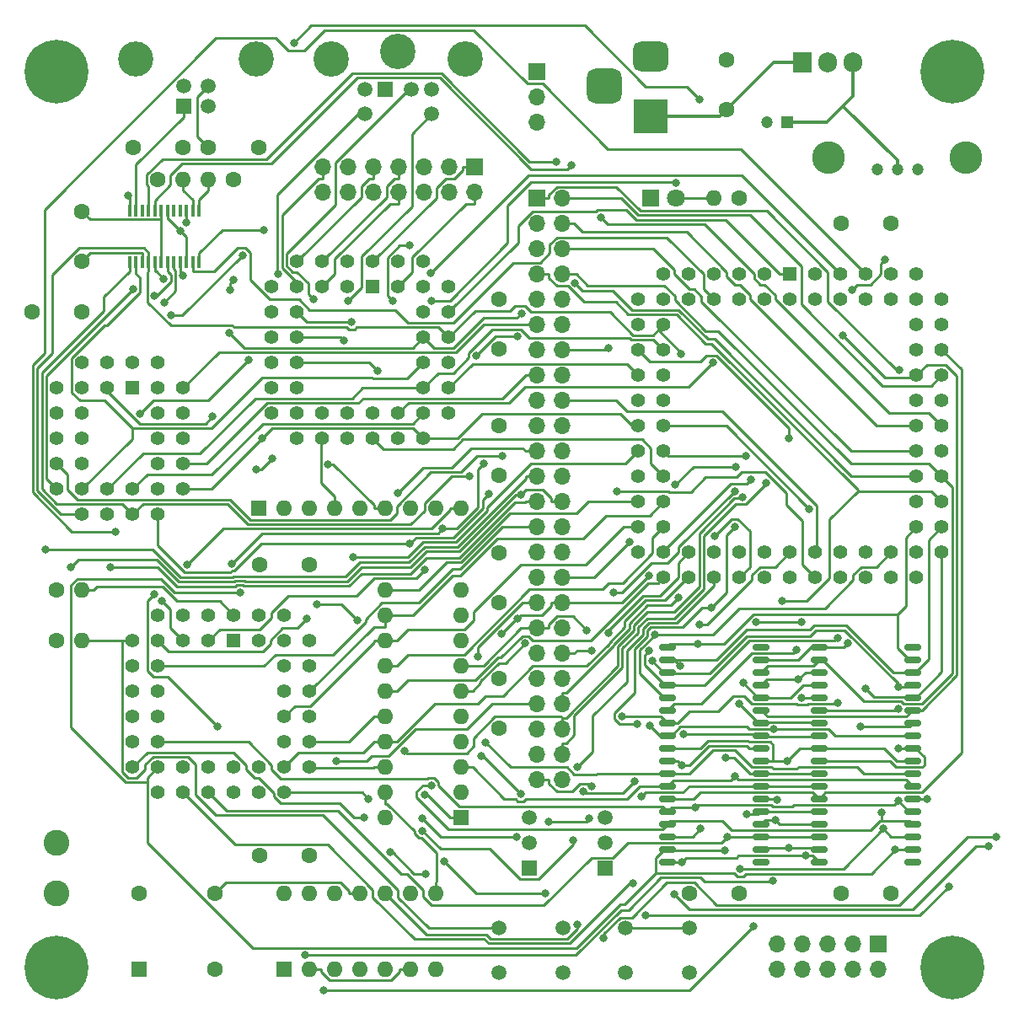
<source format=gbr>
%TF.GenerationSoftware,KiCad,Pcbnew,(6.0.4)*%
%TF.CreationDate,2022-07-11T08:06:56+02:00*%
%TF.ProjectId,65C816_SBC,36354338-3136-45f5-9342-432e6b696361,rev?*%
%TF.SameCoordinates,Original*%
%TF.FileFunction,Copper,L1,Top*%
%TF.FilePolarity,Positive*%
%FSLAX46Y46*%
G04 Gerber Fmt 4.6, Leading zero omitted, Abs format (unit mm)*
G04 Created by KiCad (PCBNEW (6.0.4)) date 2022-07-11 08:06:56*
%MOMM*%
%LPD*%
G01*
G04 APERTURE LIST*
G04 Aperture macros list*
%AMRoundRect*
0 Rectangle with rounded corners*
0 $1 Rounding radius*
0 $2 $3 $4 $5 $6 $7 $8 $9 X,Y pos of 4 corners*
0 Add a 4 corners polygon primitive as box body*
4,1,4,$2,$3,$4,$5,$6,$7,$8,$9,$2,$3,0*
0 Add four circle primitives for the rounded corners*
1,1,$1+$1,$2,$3*
1,1,$1+$1,$4,$5*
1,1,$1+$1,$6,$7*
1,1,$1+$1,$8,$9*
0 Add four rect primitives between the rounded corners*
20,1,$1+$1,$2,$3,$4,$5,0*
20,1,$1+$1,$4,$5,$6,$7,0*
20,1,$1+$1,$6,$7,$8,$9,0*
20,1,$1+$1,$8,$9,$2,$3,0*%
G04 Aperture macros list end*
%TA.AperFunction,ComponentPad*%
%ADD10R,1.700000X1.700000*%
%TD*%
%TA.AperFunction,ComponentPad*%
%ADD11O,1.700000X1.700000*%
%TD*%
%TA.AperFunction,ComponentPad*%
%ADD12C,1.600000*%
%TD*%
%TA.AperFunction,ComponentPad*%
%ADD13R,1.600000X1.600000*%
%TD*%
%TA.AperFunction,ComponentPad*%
%ADD14R,1.509000X1.509000*%
%TD*%
%TA.AperFunction,ComponentPad*%
%ADD15C,1.509000*%
%TD*%
%TA.AperFunction,ComponentPad*%
%ADD16C,3.525000*%
%TD*%
%TA.AperFunction,ComponentPad*%
%ADD17C,1.500000*%
%TD*%
%TA.AperFunction,ComponentPad*%
%ADD18R,1.500000X1.500000*%
%TD*%
%TA.AperFunction,ComponentPad*%
%ADD19O,1.600000X1.600000*%
%TD*%
%TA.AperFunction,ComponentPad*%
%ADD20R,1.422400X1.422400*%
%TD*%
%TA.AperFunction,ComponentPad*%
%ADD21C,1.422400*%
%TD*%
%TA.AperFunction,SMDPad,CuDef*%
%ADD22RoundRect,0.150000X-0.700000X-0.150000X0.700000X-0.150000X0.700000X0.150000X-0.700000X0.150000X0*%
%TD*%
%TA.AperFunction,SMDPad,CuDef*%
%ADD23R,0.400000X1.200000*%
%TD*%
%TA.AperFunction,ComponentPad*%
%ADD24R,1.905000X2.000000*%
%TD*%
%TA.AperFunction,ComponentPad*%
%ADD25O,1.905000X2.000000*%
%TD*%
%TA.AperFunction,ComponentPad*%
%ADD26C,2.600000*%
%TD*%
%TA.AperFunction,ComponentPad*%
%ADD27C,1.200000*%
%TD*%
%TA.AperFunction,ComponentPad*%
%ADD28C,3.290000*%
%TD*%
%TA.AperFunction,ComponentPad*%
%ADD29C,3.555000*%
%TD*%
%TA.AperFunction,ComponentPad*%
%ADD30R,1.800000X1.800000*%
%TD*%
%TA.AperFunction,ComponentPad*%
%ADD31C,1.800000*%
%TD*%
%TA.AperFunction,ComponentPad*%
%ADD32R,1.200000X1.200000*%
%TD*%
%TA.AperFunction,ComponentPad*%
%ADD33R,3.500000X3.500000*%
%TD*%
%TA.AperFunction,ComponentPad*%
%ADD34RoundRect,0.750000X-1.000000X0.750000X-1.000000X-0.750000X1.000000X-0.750000X1.000000X0.750000X0*%
%TD*%
%TA.AperFunction,ComponentPad*%
%ADD35RoundRect,0.875000X-0.875000X0.875000X-0.875000X-0.875000X0.875000X-0.875000X0.875000X0.875000X0*%
%TD*%
%TA.AperFunction,ComponentPad*%
%ADD36C,6.400000*%
%TD*%
%TA.AperFunction,ViaPad*%
%ADD37C,0.800000*%
%TD*%
%TA.AperFunction,Conductor*%
%ADD38C,0.350000*%
%TD*%
%TA.AperFunction,Conductor*%
%ADD39C,0.250000*%
%TD*%
G04 APERTURE END LIST*
D10*
%TO.P,J1,1,Pin_1*%
%TO.N,/A22*%
X149860000Y-63510000D03*
D11*
%TO.P,J1,2,Pin_2*%
%TO.N,/A23*%
X152400000Y-63510000D03*
%TO.P,J1,3,Pin_3*%
%TO.N,/A20*%
X149860000Y-66050000D03*
%TO.P,J1,4,Pin_4*%
%TO.N,/A21*%
X152400000Y-66050000D03*
%TO.P,J1,5,Pin_5*%
%TO.N,/A18*%
X149860000Y-68590000D03*
%TO.P,J1,6,Pin_6*%
%TO.N,/A19*%
X152400000Y-68590000D03*
%TO.P,J1,7,Pin_7*%
%TO.N,/A16*%
X149860000Y-71130000D03*
%TO.P,J1,8,Pin_8*%
%TO.N,/A17*%
X152400000Y-71130000D03*
%TO.P,J1,9,Pin_9*%
%TO.N,/GND*%
X149860000Y-73670000D03*
%TO.P,J1,10,Pin_10*%
%TO.N,/5V*%
X152400000Y-73670000D03*
%TO.P,J1,11,Pin_11*%
%TO.N,/A14*%
X149860000Y-76210000D03*
%TO.P,J1,12,Pin_12*%
%TO.N,/A15*%
X152400000Y-76210000D03*
%TO.P,J1,13,Pin_13*%
%TO.N,/A12*%
X149860000Y-78750000D03*
%TO.P,J1,14,Pin_14*%
%TO.N,/A13*%
X152400000Y-78750000D03*
%TO.P,J1,15,Pin_15*%
%TO.N,/A10*%
X149860000Y-81290000D03*
%TO.P,J1,16,Pin_16*%
%TO.N,/A11*%
X152400000Y-81290000D03*
%TO.P,J1,17,Pin_17*%
%TO.N,/A8*%
X149860000Y-83830000D03*
%TO.P,J1,18,Pin_18*%
%TO.N,/A9*%
X152400000Y-83830000D03*
%TO.P,J1,19,Pin_19*%
%TO.N,/GND*%
X149860000Y-86370000D03*
%TO.P,J1,20,Pin_20*%
%TO.N,/5V*%
X152400000Y-86370000D03*
%TO.P,J1,21,Pin_21*%
%TO.N,/A6*%
X149860000Y-88910000D03*
%TO.P,J1,22,Pin_22*%
%TO.N,/A7*%
X152400000Y-88910000D03*
%TO.P,J1,23,Pin_23*%
%TO.N,/A4*%
X149860000Y-91450000D03*
%TO.P,J1,24,Pin_24*%
%TO.N,/A5*%
X152400000Y-91450000D03*
%TO.P,J1,25,Pin_25*%
%TO.N,/A2*%
X149860000Y-93990000D03*
%TO.P,J1,26,Pin_26*%
%TO.N,/A3*%
X152400000Y-93990000D03*
%TO.P,J1,27,Pin_27*%
%TO.N,/A0*%
X149860000Y-96530000D03*
%TO.P,J1,28,Pin_28*%
%TO.N,/A1*%
X152400000Y-96530000D03*
%TO.P,J1,29,Pin_29*%
%TO.N,/GND*%
X149860000Y-99070000D03*
%TO.P,J1,30,Pin_30*%
%TO.N,/5V*%
X152400000Y-99070000D03*
%TO.P,J1,31,Pin_31*%
%TO.N,/MD6*%
X149860000Y-101610000D03*
%TO.P,J1,32,Pin_32*%
%TO.N,/MD7*%
X152400000Y-101610000D03*
%TO.P,J1,33,Pin_33*%
%TO.N,/MD4*%
X149860000Y-104150000D03*
%TO.P,J1,34,Pin_34*%
%TO.N,/MD5*%
X152400000Y-104150000D03*
%TO.P,J1,35,Pin_35*%
%TO.N,/MD2*%
X149860000Y-106690000D03*
%TO.P,J1,36,Pin_36*%
%TO.N,/MD3*%
X152400000Y-106690000D03*
%TO.P,J1,37,Pin_37*%
%TO.N,/MD0*%
X149860000Y-109230000D03*
%TO.P,J1,38,Pin_38*%
%TO.N,/MD1*%
X152400000Y-109230000D03*
%TO.P,J1,39,Pin_39*%
%TO.N,/GND*%
X149860000Y-111770000D03*
%TO.P,J1,40,Pin_40*%
%TO.N,/5V*%
X152400000Y-111770000D03*
%TO.P,J1,41,Pin_41*%
%TO.N,/PHI2*%
X149860000Y-114310000D03*
%TO.P,J1,42,Pin_42*%
%TO.N,/PHI1*%
X152400000Y-114310000D03*
%TO.P,J1,43,Pin_43*%
%TO.N,/GCLK*%
X149860000Y-116850000D03*
%TO.P,J1,44,Pin_44*%
%TO.N,/~{IRQ_EXT}*%
X152400000Y-116850000D03*
%TO.P,J1,45,Pin_45*%
%TO.N,/R~{W}*%
X149860000Y-119390000D03*
%TO.P,J1,46,Pin_46*%
%TO.N,/~{CS_EXT}*%
X152400000Y-119390000D03*
%TO.P,J1,47,Pin_47*%
%TO.N,/~{WSE_EXT}*%
X149860000Y-121930000D03*
%TO.P,J1,48,Pin_48*%
%TO.N,/~{CS_IO}*%
X152400000Y-121930000D03*
%TD*%
D10*
%TO.P,J3,1,Pin_1*%
%TO.N,/PB4*%
X149860000Y-50815000D03*
D11*
%TO.P,J3,2,Pin_2*%
%TO.N,/PB5*%
X149860000Y-53355000D03*
%TO.P,J3,3,Pin_3*%
%TO.N,/PB6*%
X149860000Y-55895000D03*
%TD*%
D12*
%TO.P,X0,8,Vcc*%
%TO.N,/5V*%
X109855000Y-133350000D03*
%TO.P,X0,5,OUT*%
%TO.N,Net-(U2-Pad11)*%
X117475000Y-133350000D03*
%TO.P,X0,4,GND*%
%TO.N,/GND*%
X117475000Y-140970000D03*
D13*
%TO.P,X0,1,EN*%
%TO.N,unconnected-(X0-Pad1)*%
X109855000Y-140970000D03*
%TD*%
D14*
%TO.P,USB0,1,VCC*%
%TO.N,/USB_5V*%
X114320000Y-54240000D03*
D15*
%TO.P,USB0,2,DM*%
%TO.N,Net-(C2-Pad2)*%
X116820000Y-54240000D03*
%TO.P,USB0,3,DP*%
%TO.N,Net-(C1-Pad1)*%
X116820000Y-52240000D03*
%TO.P,USB0,4,GND*%
%TO.N,/GND*%
X114320000Y-52240000D03*
D16*
%TO.P,USB0,MH1,GND*%
X121590000Y-49530000D03*
%TO.P,USB0,MH2,GND*%
X109550000Y-49530000D03*
%TD*%
D17*
%TO.P,U11,3,GND*%
%TO.N,/GND*%
X149040000Y-125740000D03*
%TO.P,U11,2,Vcc*%
%TO.N,/5V*%
X149040000Y-128280000D03*
D18*
%TO.P,U11,1,~{RST}*%
%TO.N,/~{NMI}*%
X149040000Y-130820000D03*
%TD*%
D17*
%TO.P,U10,3,GND*%
%TO.N,/GND*%
X156660000Y-125740000D03*
%TO.P,U10,2,Vcc*%
%TO.N,/5V*%
X156660000Y-128280000D03*
D18*
%TO.P,U10,1,~{RST}*%
%TO.N,/~{RST}*%
X156660000Y-130820000D03*
%TD*%
D13*
%TO.P,U9,1,A->B*%
%TO.N,/R~{W}*%
X142230000Y-125725000D03*
D19*
%TO.P,U9,2,A0*%
%TO.N,/MD7*%
X142230000Y-123185000D03*
%TO.P,U9,3,A1*%
%TO.N,/MD6*%
X142230000Y-120645000D03*
%TO.P,U9,4,A2*%
%TO.N,/MD5*%
X142230000Y-118105000D03*
%TO.P,U9,5,A3*%
%TO.N,/MD4*%
X142230000Y-115565000D03*
%TO.P,U9,6,A4*%
%TO.N,/MD3*%
X142230000Y-113025000D03*
%TO.P,U9,7,A5*%
%TO.N,/MD2*%
X142230000Y-110485000D03*
%TO.P,U9,8,A6*%
%TO.N,/MD1*%
X142230000Y-107945000D03*
%TO.P,U9,9,A7*%
%TO.N,/MD0*%
X142230000Y-105405000D03*
%TO.P,U9,10,GND*%
%TO.N,/GND*%
X142230000Y-102865000D03*
%TO.P,U9,11,B7*%
%TO.N,/AD0*%
X134610000Y-102865000D03*
%TO.P,U9,12,B6*%
%TO.N,/AD1*%
X134610000Y-105405000D03*
%TO.P,U9,13,B5*%
%TO.N,/AD2*%
X134610000Y-107945000D03*
%TO.P,U9,14,B4*%
%TO.N,/AD3*%
X134610000Y-110485000D03*
%TO.P,U9,15,B3*%
%TO.N,/AD4*%
X134610000Y-113025000D03*
%TO.P,U9,16,B2*%
%TO.N,/AD5*%
X134610000Y-115565000D03*
%TO.P,U9,17,B1*%
%TO.N,/AD6*%
X134610000Y-118105000D03*
%TO.P,U9,18,B0*%
%TO.N,/AD7*%
X134610000Y-120645000D03*
%TO.P,U9,19,CE*%
%TO.N,/PHI1*%
X134610000Y-123185000D03*
%TO.P,U9,20,VCC*%
%TO.N,/5V*%
X134610000Y-125725000D03*
%TD*%
D20*
%TO.P,U8,1,GND*%
%TO.N,/GND*%
X119380000Y-107950000D03*
D21*
%TO.P,U8,2,VPB*%
%TO.N,unconnected-(U8-Pad2)*%
X116840000Y-105410000D03*
%TO.P,U8,3,RDY*%
%TO.N,/RDY*%
X116840000Y-107950000D03*
%TO.P,U8,4,~{ABT}*%
%TO.N,/~{ABT}*%
X114300000Y-105410000D03*
%TO.P,U8,5,~{IRQ}*%
%TO.N,/~{IRQ_CPU}*%
X114300000Y-107950000D03*
%TO.P,U8,6,~{MLB}*%
%TO.N,unconnected-(U8-Pad6)*%
X111760000Y-105410000D03*
%TO.P,U8,7,~{NMI}*%
%TO.N,/~{NMI}*%
X109220000Y-107950000D03*
%TO.P,U8,8,VPA*%
%TO.N,/VPA*%
X111760000Y-107950000D03*
%TO.P,U8,9,Vcc*%
%TO.N,/5V*%
X109220000Y-110490000D03*
%TO.P,U8,10,A0*%
%TO.N,/A0*%
X111760000Y-110490000D03*
%TO.P,U8,11,A1*%
%TO.N,/A1*%
X109220000Y-113030000D03*
%TO.P,U8,12,NC*%
%TO.N,unconnected-(U8-Pad12)*%
X111760000Y-113030000D03*
%TO.P,U8,13,A2*%
%TO.N,/A2*%
X109220000Y-115570000D03*
%TO.P,U8,14,A3*%
%TO.N,/A3*%
X111760000Y-115570000D03*
%TO.P,U8,15,A4*%
%TO.N,/A4*%
X109220000Y-118110000D03*
%TO.P,U8,16,A5*%
%TO.N,/A5*%
X111760000Y-118110000D03*
%TO.P,U8,17,A6*%
%TO.N,/A6*%
X109220000Y-120650000D03*
%TO.P,U8,18,A7*%
%TO.N,/A7*%
X111760000Y-123190000D03*
%TO.P,U8,19,A8*%
%TO.N,/A8*%
X111760000Y-120650000D03*
%TO.P,U8,20,A9*%
%TO.N,/A9*%
X114300000Y-123190000D03*
%TO.P,U8,21,A10*%
%TO.N,/A10*%
X114300000Y-120650000D03*
%TO.P,U8,22,A11*%
%TO.N,/A11*%
X116840000Y-123190000D03*
%TO.P,U8,23,GND*%
%TO.N,/GND*%
X116840000Y-120650000D03*
%TO.P,U8,24,GND*%
X119380000Y-123190000D03*
%TO.P,U8,25,A12*%
%TO.N,/A12*%
X119380000Y-120650000D03*
%TO.P,U8,26,A13*%
%TO.N,/A13*%
X121920000Y-123190000D03*
%TO.P,U8,27,A14*%
%TO.N,/A14*%
X121920000Y-120650000D03*
%TO.P,U8,28,A15*%
%TO.N,/A15*%
X124460000Y-123190000D03*
%TO.P,U8,29,AD7*%
%TO.N,/AD7*%
X127000000Y-120650000D03*
%TO.P,U8,30,AD6*%
%TO.N,/AD6*%
X124460000Y-120650000D03*
%TO.P,U8,31,AD5*%
%TO.N,/AD5*%
X127000000Y-118110000D03*
%TO.P,U8,32,AD4*%
%TO.N,/AD4*%
X124460000Y-118110000D03*
%TO.P,U8,33,AD3*%
%TO.N,/AD3*%
X127000000Y-115570000D03*
%TO.P,U8,34,AD2*%
%TO.N,/AD2*%
X124460000Y-115570000D03*
%TO.P,U8,35,AD1*%
%TO.N,/AD1*%
X127000000Y-113030000D03*
%TO.P,U8,36,AD0*%
%TO.N,/AD0*%
X124460000Y-113030000D03*
%TO.P,U8,37,Vcc*%
%TO.N,/5V*%
X127000000Y-110490000D03*
%TO.P,U8,38,R/~{W}*%
%TO.N,/R~{W}*%
X124460000Y-110490000D03*
%TO.P,U8,39,E*%
%TO.N,unconnected-(U8-Pad39)*%
X127000000Y-107950000D03*
%TO.P,U8,40,BE*%
%TO.N,/BE*%
X124460000Y-105410000D03*
%TO.P,U8,41,CLK*%
%TO.N,/PHI2*%
X124460000Y-107950000D03*
%TO.P,U8,42,MX*%
%TO.N,unconnected-(U8-Pad42)*%
X121920000Y-105410000D03*
%TO.P,U8,43,VDA*%
%TO.N,/VDA*%
X121920000Y-107950000D03*
%TO.P,U8,44,~{RST}*%
%TO.N,/~{RST}*%
X119380000Y-105410000D03*
%TD*%
D22*
%TO.P,U7,1,A0*%
%TO.N,/A0*%
X162940000Y-108585000D03*
%TO.P,U7,2,A1*%
%TO.N,/A1*%
X162940000Y-109855000D03*
%TO.P,U7,3,A2*%
%TO.N,/A2*%
X162940000Y-111125000D03*
%TO.P,U7,4,A3*%
%TO.N,/A3*%
X162940000Y-112395000D03*
%TO.P,U7,5,A4*%
%TO.N,/A4*%
X162940000Y-113665000D03*
%TO.P,U7,6,~{CE}*%
%TO.N,/~{CS_RAM1}*%
X162940000Y-114935000D03*
%TO.P,U7,7,D0*%
%TO.N,/MD0*%
X162940000Y-116205000D03*
%TO.P,U7,8,D1*%
%TO.N,/MD2*%
X162940000Y-117475000D03*
%TO.P,U7,9,Vcc*%
%TO.N,/5V*%
X162940000Y-118745000D03*
%TO.P,U7,10,GND*%
%TO.N,/GND*%
X162940000Y-120015000D03*
%TO.P,U7,11,D2*%
%TO.N,/MD4*%
X162940000Y-121285000D03*
%TO.P,U7,12,D3*%
%TO.N,/MD6*%
X162940000Y-122555000D03*
%TO.P,U7,13,~{WE}*%
%TO.N,/~{WE_MEM}*%
X162940000Y-123825000D03*
%TO.P,U7,14,A5*%
%TO.N,/A5*%
X162940000Y-125095000D03*
%TO.P,U7,15,A6*%
%TO.N,/A6*%
X162940000Y-126365000D03*
%TO.P,U7,16,A7*%
%TO.N,/A7*%
X162940000Y-127635000D03*
%TO.P,U7,17,A8*%
%TO.N,/A8*%
X162940000Y-128905000D03*
%TO.P,U7,18,A9*%
%TO.N,/A9*%
X162940000Y-130175000D03*
%TO.P,U7,19,NC*%
%TO.N,unconnected-(U7-Pad19)*%
X172340000Y-130175000D03*
%TO.P,U7,20,A10*%
%TO.N,/A10*%
X172340000Y-128905000D03*
%TO.P,U7,21,A11*%
%TO.N,/A11*%
X172340000Y-127635000D03*
%TO.P,U7,22,A12*%
%TO.N,/A12*%
X172340000Y-126365000D03*
%TO.P,U7,23,A13*%
%TO.N,/A13*%
X172340000Y-125095000D03*
%TO.P,U7,24,A14*%
%TO.N,/A14*%
X172340000Y-123825000D03*
%TO.P,U7,25,D4*%
%TO.N,/MD7*%
X172340000Y-122555000D03*
%TO.P,U7,26,D5*%
%TO.N,/MD5*%
X172340000Y-121285000D03*
%TO.P,U7,27,Vcc*%
%TO.N,/5V*%
X172340000Y-120015000D03*
%TO.P,U7,28,GND*%
%TO.N,/GND*%
X172340000Y-118745000D03*
%TO.P,U7,29,D6*%
%TO.N,/MD3*%
X172340000Y-117475000D03*
%TO.P,U7,30,D7*%
%TO.N,/MD1*%
X172340000Y-116205000D03*
%TO.P,U7,31,~{OE}*%
%TO.N,/~{OE_MEM}*%
X172340000Y-114935000D03*
%TO.P,U7,32,A15*%
%TO.N,/A15*%
X172340000Y-113665000D03*
%TO.P,U7,33,A16*%
%TO.N,/A16*%
X172340000Y-112395000D03*
%TO.P,U7,34,A17*%
%TO.N,/A17*%
X172340000Y-111125000D03*
%TO.P,U7,35,A18*%
%TO.N,/A18*%
X172340000Y-109855000D03*
%TO.P,U7,36,NC*%
%TO.N,unconnected-(U7-Pad36)*%
X172340000Y-108585000D03*
%TD*%
%TO.P,U6,1,A0*%
%TO.N,/A18*%
X178180000Y-108585000D03*
%TO.P,U6,2,A1*%
%TO.N,/A17*%
X178180000Y-109855000D03*
%TO.P,U6,3,A2*%
%TO.N,/A16*%
X178180000Y-111125000D03*
%TO.P,U6,4,A3*%
%TO.N,/A15*%
X178180000Y-112395000D03*
%TO.P,U6,5,A4*%
%TO.N,/A14*%
X178180000Y-113665000D03*
%TO.P,U6,6,~{CE}*%
%TO.N,/~{CS_RAM0}*%
X178180000Y-114935000D03*
%TO.P,U6,7,D0*%
%TO.N,/MD1*%
X178180000Y-116205000D03*
%TO.P,U6,8,D1*%
%TO.N,/MD3*%
X178180000Y-117475000D03*
%TO.P,U6,9,Vcc*%
%TO.N,/5V*%
X178180000Y-118745000D03*
%TO.P,U6,10,GND*%
%TO.N,/GND*%
X178180000Y-120015000D03*
%TO.P,U6,11,D2*%
%TO.N,/MD5*%
X178180000Y-121285000D03*
%TO.P,U6,12,D3*%
%TO.N,/MD7*%
X178180000Y-122555000D03*
%TO.P,U6,13,~{WE}*%
%TO.N,/~{WE_MEM}*%
X178180000Y-123825000D03*
%TO.P,U6,14,A5*%
%TO.N,/A13*%
X178180000Y-125095000D03*
%TO.P,U6,15,A6*%
%TO.N,/A12*%
X178180000Y-126365000D03*
%TO.P,U6,16,A7*%
%TO.N,/A11*%
X178180000Y-127635000D03*
%TO.P,U6,17,A8*%
%TO.N,/A10*%
X178180000Y-128905000D03*
%TO.P,U6,18,A9*%
%TO.N,/A9*%
X178180000Y-130175000D03*
%TO.P,U6,19,NC*%
%TO.N,unconnected-(U6-Pad19)*%
X187580000Y-130175000D03*
%TO.P,U6,20,A10*%
%TO.N,/A8*%
X187580000Y-128905000D03*
%TO.P,U6,21,A11*%
%TO.N,/A7*%
X187580000Y-127635000D03*
%TO.P,U6,22,A12*%
%TO.N,/A6*%
X187580000Y-126365000D03*
%TO.P,U6,23,A13*%
%TO.N,/A5*%
X187580000Y-125095000D03*
%TO.P,U6,24,A14*%
%TO.N,/A4*%
X187580000Y-123825000D03*
%TO.P,U6,25,D4*%
%TO.N,/MD6*%
X187580000Y-122555000D03*
%TO.P,U6,26,D5*%
%TO.N,/MD4*%
X187580000Y-121285000D03*
%TO.P,U6,27,Vcc*%
%TO.N,/5V*%
X187580000Y-120015000D03*
%TO.P,U6,28,GND*%
%TO.N,/GND*%
X187580000Y-118745000D03*
%TO.P,U6,29,D6*%
%TO.N,/MD2*%
X187580000Y-117475000D03*
%TO.P,U6,30,D7*%
%TO.N,/MD0*%
X187580000Y-116205000D03*
%TO.P,U6,31,~{OE}*%
%TO.N,/~{OE_MEM}*%
X187580000Y-114935000D03*
%TO.P,U6,32,A15*%
%TO.N,/A3*%
X187580000Y-113665000D03*
%TO.P,U6,33,A16*%
%TO.N,/A2*%
X187580000Y-112395000D03*
%TO.P,U6,34,A17*%
%TO.N,/A1*%
X187580000Y-111125000D03*
%TO.P,U6,35,A18*%
%TO.N,/A0*%
X187580000Y-109855000D03*
%TO.P,U6,36,NC*%
%TO.N,unconnected-(U6-Pad36)*%
X187580000Y-108585000D03*
%TD*%
D20*
%TO.P,U5,1,A18*%
%TO.N,/GND*%
X109220000Y-82550000D03*
D21*
%TO.P,U5,2,A16*%
X106680000Y-80010000D03*
%TO.P,U5,3,A15*%
%TO.N,/A15*%
X106680000Y-82550000D03*
%TO.P,U5,4,A12*%
%TO.N,/A12*%
X104140000Y-80010000D03*
%TO.P,U5,5,A7*%
%TO.N,/A7*%
X101600000Y-82550000D03*
%TO.P,U5,6,A6*%
%TO.N,/A6*%
X104140000Y-82550000D03*
%TO.P,U5,7,A5*%
%TO.N,/A5*%
X101600000Y-85090000D03*
%TO.P,U5,8,A4*%
%TO.N,/A4*%
X104140000Y-85090000D03*
%TO.P,U5,9,A3*%
%TO.N,/A3*%
X101600000Y-87630000D03*
%TO.P,U5,10,A2*%
%TO.N,/A2*%
X104140000Y-87630000D03*
%TO.P,U5,11,A1*%
%TO.N,/A1*%
X101600000Y-90170000D03*
%TO.P,U5,12,A0*%
%TO.N,/A0*%
X104140000Y-90170000D03*
%TO.P,U5,13,DQ0*%
%TO.N,/MD0*%
X101600000Y-92710000D03*
%TO.P,U5,14,DQ1*%
%TO.N,/MD1*%
X104140000Y-95250000D03*
%TO.P,U5,15,DQ2*%
%TO.N,/MD2*%
X104140000Y-92710000D03*
%TO.P,U5,16,VSS*%
%TO.N,/GND*%
X106680000Y-95250000D03*
%TO.P,U5,17,DQ3*%
%TO.N,/MD3*%
X106680000Y-92710000D03*
%TO.P,U5,18,DQ4*%
%TO.N,/MD4*%
X109220000Y-95250000D03*
%TO.P,U5,19,DQ5*%
%TO.N,/MD5*%
X109220000Y-92710000D03*
%TO.P,U5,20,DQ6*%
%TO.N,/MD6*%
X111760000Y-95250000D03*
%TO.P,U5,21,DQ7*%
%TO.N,/MD7*%
X114300000Y-92710000D03*
%TO.P,U5,22,~{CS}*%
%TO.N,/~{CS_ROM}*%
X111760000Y-92710000D03*
%TO.P,U5,23,A10*%
%TO.N,/A10*%
X114300000Y-90170000D03*
%TO.P,U5,24,~{OE}*%
%TO.N,/~{OE_MEM}*%
X111760000Y-90170000D03*
%TO.P,U5,25,A11*%
%TO.N,/A11*%
X114300000Y-87630000D03*
%TO.P,U5,26,A9*%
%TO.N,/A9*%
X111760000Y-87630000D03*
%TO.P,U5,27,A8*%
%TO.N,/A8*%
X114300000Y-85090000D03*
%TO.P,U5,28,A13*%
%TO.N,/A13*%
X111760000Y-85090000D03*
%TO.P,U5,29,A14*%
%TO.N,/A14*%
X114300000Y-82550000D03*
%TO.P,U5,30,A17*%
%TO.N,/GND*%
X111760000Y-80010000D03*
%TO.P,U5,31,~{WE}*%
%TO.N,/5V*%
X111760000Y-82550000D03*
%TO.P,U5,32,VDD*%
X109220000Y-80010000D03*
%TD*%
D20*
%TO.P,U4,1,GND*%
%TO.N,/GND*%
X133350000Y-72390000D03*
D21*
%TO.P,U4,2,PA0*%
%TO.N,/PA0*%
X130810000Y-69850000D03*
%TO.P,U4,3,PA1*%
%TO.N,/PA1*%
X130810000Y-72390000D03*
%TO.P,U4,4,PA2*%
%TO.N,/PA2*%
X128270000Y-69850000D03*
%TO.P,U4,5,PA3*%
%TO.N,/PA3*%
X128270000Y-72390000D03*
%TO.P,U4,6,PA4*%
%TO.N,/PA4*%
X125730000Y-69850000D03*
%TO.P,U4,7,PA5*%
%TO.N,/PA5*%
X123190000Y-72390000D03*
%TO.P,U4,8,PA6*%
%TO.N,/PA6*%
X125730000Y-72390000D03*
%TO.P,U4,9,PA7*%
%TO.N,/PA7*%
X123190000Y-74930000D03*
%TO.P,U4,10,PB0*%
%TO.N,/PS2K_C*%
X125730000Y-74930000D03*
%TO.P,U4,11,NC*%
%TO.N,unconnected-(U4-Pad11)*%
X123190000Y-77470000D03*
%TO.P,U4,12,PB1*%
%TO.N,/PS2K_D*%
X125730000Y-77470000D03*
%TO.P,U4,13,PB2*%
%TO.N,/PS2M_C*%
X123190000Y-80010000D03*
%TO.P,U4,14,PB3*%
%TO.N,/PS2M_D*%
X125730000Y-80010000D03*
%TO.P,U4,15,PB4*%
%TO.N,/PB4*%
X123190000Y-82550000D03*
%TO.P,U4,16,PB5*%
%TO.N,/PB5*%
X125730000Y-82550000D03*
%TO.P,U4,17,PB6*%
%TO.N,/PB6*%
X123190000Y-85090000D03*
%TO.P,U4,18,PB7*%
%TO.N,/T1_CLK*%
X125730000Y-87630000D03*
%TO.P,U4,19,CB1*%
%TO.N,/PS2M_C*%
X125730000Y-85090000D03*
%TO.P,U4,20,CB2*%
%TO.N,/PS2K_C*%
X128270000Y-87630000D03*
%TO.P,U4,21,Vcc*%
%TO.N,/5V*%
X128270000Y-85090000D03*
%TO.P,U4,22,NC*%
%TO.N,unconnected-(U4-Pad22)*%
X130810000Y-87630000D03*
%TO.P,U4,23,~{IRQ}*%
%TO.N,/~{IRQ_VIA}*%
X130810000Y-85090000D03*
%TO.P,U4,24,R/~{W}*%
%TO.N,/R~{W}*%
X133350000Y-87630000D03*
%TO.P,U4,25,~{CS2}*%
%TO.N,/~{CS_VIA}*%
X133350000Y-85090000D03*
%TO.P,U4,26,CS1*%
%TO.N,/5V*%
X135890000Y-87630000D03*
%TO.P,U4,27,PHI2*%
%TO.N,/GCLK*%
X135890000Y-85090000D03*
%TO.P,U4,28,D7*%
%TO.N,/MD7*%
X138430000Y-87630000D03*
%TO.P,U4,29,D6*%
%TO.N,/MD6*%
X140970000Y-85090000D03*
%TO.P,U4,30,D5*%
%TO.N,/MD5*%
X138430000Y-85090000D03*
%TO.P,U4,31,D4*%
%TO.N,/MD4*%
X140970000Y-82550000D03*
%TO.P,U4,32,D3*%
%TO.N,/MD3*%
X138430000Y-82550000D03*
%TO.P,U4,33,NC*%
%TO.N,unconnected-(U4-Pad33)*%
X140970000Y-80010000D03*
%TO.P,U4,34,D2*%
%TO.N,/MD2*%
X138430000Y-80010000D03*
%TO.P,U4,35,D1*%
%TO.N,/MD1*%
X140970000Y-77470000D03*
%TO.P,U4,36,D0*%
%TO.N,/MD0*%
X138430000Y-77470000D03*
%TO.P,U4,37,~{RES}*%
%TO.N,/~{RST}*%
X140970000Y-74930000D03*
%TO.P,U4,38,NC*%
%TO.N,unconnected-(U4-Pad38)*%
X138430000Y-74930000D03*
%TO.P,U4,39,RS3*%
%TO.N,/A3*%
X140970000Y-72390000D03*
%TO.P,U4,40,RS2*%
%TO.N,/A2*%
X138430000Y-69850000D03*
%TO.P,U4,41,RS1*%
%TO.N,/A1*%
X138430000Y-72390000D03*
%TO.P,U4,42,RS0*%
%TO.N,/A0*%
X135890000Y-69850000D03*
%TO.P,U4,43,CA2*%
%TO.N,/CA2*%
X135890000Y-72390000D03*
%TO.P,U4,44,CA1*%
%TO.N,/CA1*%
X133350000Y-69850000D03*
%TD*%
D20*
%TO.P,U3,1,INPUT/GCLR*%
%TO.N,/~{RST}*%
X175260000Y-71120000D03*
D21*
%TO.P,U3,2,INPUT/OE2/GCLK2*%
%TO.N,/GCLK*%
X175260000Y-73660000D03*
%TO.P,U3,3,VCCINT_1*%
%TO.N,/5V*%
X172720000Y-71120000D03*
%TO.P,U3,4,I/O_1*%
%TO.N,/~{CS_VIA}*%
X172720000Y-73660000D03*
%TO.P,U3,5,I/O_2*%
%TO.N,/~{IRQ_VIA}*%
X170180000Y-71120000D03*
%TO.P,U3,6,I/O_3*%
%TO.N,/FT_WR*%
X170180000Y-73660000D03*
%TO.P,U3,7,GND_1*%
%TO.N,/GND*%
X167640000Y-71120000D03*
%TO.P,U3,8,I/O_4*%
%TO.N,/~{FT_RD}*%
X167640000Y-73660000D03*
%TO.P,U3,9,I/O_5*%
%TO.N,/~{FT_TXE}*%
X165100000Y-71120000D03*
%TO.P,U3,10,I/O_6*%
%TO.N,/~{FT_RXF}*%
X165100000Y-73660000D03*
%TO.P,U3,11,I/O_7*%
%TO.N,/~{WSE}*%
X162560000Y-71120000D03*
%TO.P,U3,12,I/O/PD1*%
%TO.N,/MD0*%
X160020000Y-73660000D03*
%TO.P,U3,13,VCCIO_1*%
%TO.N,/5V*%
X162560000Y-73660000D03*
%TO.P,U3,14,I/O/TDI*%
%TO.N,/TDI_08*%
X160020000Y-76200000D03*
%TO.P,U3,15,I/O_8*%
%TO.N,/MD1*%
X162560000Y-76200000D03*
%TO.P,U3,16,I/O_9*%
%TO.N,/MD2*%
X160020000Y-78740000D03*
%TO.P,U3,17,I/O_10*%
%TO.N,/MD3*%
X162560000Y-78740000D03*
%TO.P,U3,18,I/O_11*%
%TO.N,/MD4*%
X160020000Y-81280000D03*
%TO.P,U3,19,GND_2*%
%TO.N,/GND*%
X162560000Y-81280000D03*
%TO.P,U3,20,I/O_12*%
%TO.N,/MD5*%
X160020000Y-83820000D03*
%TO.P,U3,21,I/O_13*%
%TO.N,/MD6*%
X162560000Y-83820000D03*
%TO.P,U3,22,I/O_14*%
%TO.N,/MD7*%
X160020000Y-86360000D03*
%TO.P,U3,23,I/O/TMS*%
%TO.N,/TMS_08*%
X162560000Y-86360000D03*
%TO.P,U3,24,I/O_15*%
%TO.N,/VPA*%
X160020000Y-88900000D03*
%TO.P,U3,25,I/O_16*%
%TO.N,/VDA*%
X162560000Y-88900000D03*
%TO.P,U3,26,VCCIO_2*%
%TO.N,/5V*%
X160020000Y-91440000D03*
%TO.P,U3,27,I/O_17*%
%TO.N,/R~{W}*%
X162560000Y-91440000D03*
%TO.P,U3,28,I/O_18*%
%TO.N,/AD0*%
X160020000Y-93980000D03*
%TO.P,U3,29,I/O_19*%
%TO.N,/AD1*%
X162560000Y-93980000D03*
%TO.P,U3,30,I/O_20*%
%TO.N,/AD2*%
X160020000Y-96520000D03*
%TO.P,U3,31,I/O_21*%
%TO.N,/AD3*%
X162560000Y-96520000D03*
%TO.P,U3,32,GND_3*%
%TO.N,/GND*%
X160020000Y-99060000D03*
%TO.P,U3,33,I/O_22*%
%TO.N,/AD4*%
X162560000Y-101600000D03*
%TO.P,U3,34,I/O_23*%
%TO.N,/AD5*%
X162560000Y-99060000D03*
%TO.P,U3,35,I/O_24*%
%TO.N,/AD6*%
X165100000Y-101600000D03*
%TO.P,U3,36,I/O_25*%
%TO.N,/AD7*%
X165100000Y-99060000D03*
%TO.P,U3,37,I/O_26*%
%TO.N,/A15*%
X167640000Y-101600000D03*
%TO.P,U3,38,VCCIO_3*%
%TO.N,/5V*%
X167640000Y-99060000D03*
%TO.P,U3,39,I/O_27*%
%TO.N,/A14*%
X170180000Y-101600000D03*
%TO.P,U3,40,I/O_28*%
%TO.N,/A13*%
X170180000Y-99060000D03*
%TO.P,U3,41,I/O_29*%
%TO.N,/A12*%
X172720000Y-101600000D03*
%TO.P,U3,42,GND_4*%
%TO.N,/GND*%
X172720000Y-99060000D03*
%TO.P,U3,43,VCCINT_2*%
%TO.N,/5V*%
X175260000Y-101600000D03*
%TO.P,U3,44,I/O_30*%
%TO.N,/A11*%
X175260000Y-99060000D03*
%TO.P,U3,45,I/O/PD2*%
%TO.N,/A10*%
X177800000Y-101600000D03*
%TO.P,U3,46,I/O_31*%
%TO.N,/A9*%
X177800000Y-99060000D03*
%TO.P,U3,47,GND_5*%
%TO.N,/GND*%
X180340000Y-101600000D03*
%TO.P,U3,48,I/O_32*%
%TO.N,/A8*%
X180340000Y-99060000D03*
%TO.P,U3,49,I/O_33*%
%TO.N,/A7*%
X182880000Y-101600000D03*
%TO.P,U3,50,I/O_34*%
%TO.N,/A6*%
X182880000Y-99060000D03*
%TO.P,U3,51,I/O_35*%
%TO.N,/A5*%
X185420000Y-101600000D03*
%TO.P,U3,52,I/O_36*%
%TO.N,/A4*%
X185420000Y-99060000D03*
%TO.P,U3,53,VCCIO_4*%
%TO.N,/5V*%
X187960000Y-101600000D03*
%TO.P,U3,54,I/O_37*%
%TO.N,/A3*%
X190500000Y-99060000D03*
%TO.P,U3,55,I/O_38*%
%TO.N,/A2*%
X187960000Y-99060000D03*
%TO.P,U3,56,I/O_39*%
%TO.N,/A1*%
X190500000Y-96520000D03*
%TO.P,U3,57,I/O_40*%
%TO.N,/A0*%
X187960000Y-96520000D03*
%TO.P,U3,58,I/O_41*%
%TO.N,/A16*%
X190500000Y-93980000D03*
%TO.P,U3,59,GND_6*%
%TO.N,/GND*%
X187960000Y-93980000D03*
%TO.P,U3,60,I/O_42*%
%TO.N,/A17*%
X190500000Y-91440000D03*
%TO.P,U3,61,I/O_43*%
%TO.N,/A18*%
X187960000Y-91440000D03*
%TO.P,U3,62,I/O/TCK*%
%TO.N,/TCK_08*%
X190500000Y-88900000D03*
%TO.P,U3,63,I/O_44*%
%TO.N,/A19*%
X187960000Y-88900000D03*
%TO.P,U3,64,I/O_45*%
%TO.N,/A20*%
X190500000Y-86360000D03*
%TO.P,U3,65,I/O_46*%
%TO.N,/A21*%
X187960000Y-86360000D03*
%TO.P,U3,66,VCCIO_5*%
%TO.N,/5V*%
X190500000Y-83820000D03*
%TO.P,U3,67,I/O_47*%
%TO.N,/A22*%
X187960000Y-83820000D03*
%TO.P,U3,68,I/O_48*%
%TO.N,/A23*%
X190500000Y-81280000D03*
%TO.P,U3,69,I/O_49*%
%TO.N,/~{OE_MEM}*%
X187960000Y-81280000D03*
%TO.P,U3,70,I/O_50*%
%TO.N,/~{WE_MEM}*%
X190500000Y-78740000D03*
%TO.P,U3,71,I/O/TDO*%
%TO.N,/TDO_08*%
X187960000Y-78740000D03*
%TO.P,U3,72,GND_7*%
%TO.N,/GND*%
X190500000Y-76200000D03*
%TO.P,U3,73,I/O_51*%
%TO.N,/~{CS_RAM1}*%
X187960000Y-76200000D03*
%TO.P,U3,74,I/O_52*%
%TO.N,/~{CS_RAM0}*%
X190500000Y-73660000D03*
%TO.P,U3,75,I/O_53*%
%TO.N,/~{CS_IO}*%
X187960000Y-71120000D03*
%TO.P,U3,76,I/O_54*%
%TO.N,/~{CS_EXT}*%
X187960000Y-73660000D03*
%TO.P,U3,77,I/O_55*%
%TO.N,/~{WSE_EXT}*%
X185420000Y-71120000D03*
%TO.P,U3,78,VCCIO_6*%
%TO.N,/5V*%
X185420000Y-73660000D03*
%TO.P,U3,79,I/O_56*%
%TO.N,/~{IRQ_CPU}*%
X182880000Y-71120000D03*
%TO.P,U3,80,I/O_57*%
%TO.N,/~{CS_ROM}*%
X182880000Y-73660000D03*
%TO.P,U3,81,I/O/GCLK3*%
%TO.N,/T1_CLK*%
X180340000Y-71120000D03*
%TO.P,U3,82,GND_8*%
%TO.N,/GND*%
X180340000Y-73660000D03*
%TO.P,U3,83,INPUT/GCLK1*%
%TO.N,/PHI1*%
X177800000Y-71120000D03*
%TO.P,U3,84,INPUT/OE1*%
%TO.N,/~{IRQ_EXT}*%
X177800000Y-73660000D03*
%TD*%
D13*
%TO.P,U2,1,~{R}*%
%TO.N,/5V*%
X124455000Y-140960000D03*
D19*
%TO.P,U2,2,D*%
%TO.N,Net-(U2-Pad12)*%
X126995000Y-140960000D03*
%TO.P,U2,3,C*%
%TO.N,Net-(U2-Pad11)*%
X129535000Y-140960000D03*
%TO.P,U2,4,~{S}*%
%TO.N,/5V*%
X132075000Y-140960000D03*
%TO.P,U2,5,Q*%
%TO.N,/GCLK*%
X134615000Y-140960000D03*
%TO.P,U2,6,~{Q}*%
%TO.N,Net-(U2-Pad12)*%
X137155000Y-140960000D03*
%TO.P,U2,7,GND*%
%TO.N,/GND*%
X139695000Y-140960000D03*
%TO.P,U2,8,~{Q}*%
%TO.N,/PHI1*%
X139695000Y-133340000D03*
%TO.P,U2,9,Q*%
%TO.N,/PHI2*%
X137155000Y-133340000D03*
%TO.P,U2,10,~{S}*%
%TO.N,/~{WSE}*%
X134615000Y-133340000D03*
%TO.P,U2,11,C*%
%TO.N,Net-(U2-Pad11)*%
X132075000Y-133340000D03*
%TO.P,U2,12,D*%
%TO.N,Net-(U2-Pad12)*%
X129535000Y-133340000D03*
%TO.P,U2,13,~{R}*%
%TO.N,/5V*%
X126995000Y-133340000D03*
%TO.P,U2,14,VCC*%
X124455000Y-133340000D03*
%TD*%
D23*
%TO.P,U1,1,DATA4*%
%TO.N,/MD4*%
X108902500Y-69910000D03*
%TO.P,U1,2,DATA2*%
%TO.N,/MD2*%
X109537500Y-69910000D03*
%TO.P,U1,3,VCCIO*%
%TO.N,/3V3*%
X110172500Y-69910000D03*
%TO.P,U1,4,DATA1*%
%TO.N,/MD1*%
X110807500Y-69910000D03*
%TO.P,U1,5,DATA7*%
%TO.N,/MD7*%
X111442500Y-69910000D03*
%TO.P,U1,6,GND*%
%TO.N,/GND*%
X112077500Y-69910000D03*
%TO.P,U1,7,DATA5*%
%TO.N,/MD5*%
X112712500Y-69910000D03*
%TO.P,U1,8,DATA6*%
%TO.N,/MD6*%
X113347500Y-69910000D03*
%TO.P,U1,9,DATA3*%
%TO.N,/MD3*%
X113982500Y-69910000D03*
%TO.P,U1,10,~{SI/WU}*%
%TO.N,/5V*%
X114617500Y-69910000D03*
%TO.P,U1,11,~{RD}*%
%TO.N,/~{FT_RD}*%
X115252500Y-69910000D03*
%TO.P,U1,12,~{WR}*%
%TO.N,/FT_WR*%
X115887500Y-69910000D03*
%TO.P,U1,13,USBDP*%
%TO.N,Net-(R1-Pad2)*%
X115887500Y-64710000D03*
%TO.P,U1,14,USBDM*%
%TO.N,Net-(R0-Pad2)*%
X115252500Y-64710000D03*
%TO.P,U1,15,3V3OUT*%
%TO.N,/3V3*%
X114617500Y-64710000D03*
%TO.P,U1,16,~{RESET}*%
%TO.N,unconnected-(U1-Pad16)*%
X113982500Y-64710000D03*
%TO.P,U1,17,VCORE*%
%TO.N,/1V8*%
X113347500Y-64710000D03*
%TO.P,U1,18,VCC*%
%TO.N,/5V*%
X112712500Y-64710000D03*
%TO.P,U1,19,GND*%
%TO.N,/GND*%
X112077500Y-64710000D03*
%TO.P,U1,20,~{TXE}*%
%TO.N,/~{FT_TXE}*%
X111442500Y-64710000D03*
%TO.P,U1,21,~{RXF}*%
%TO.N,/~{FT_RXF}*%
X110807500Y-64710000D03*
%TO.P,U1,22,CBUS6*%
%TO.N,unconnected-(U1-Pad22)*%
X110172500Y-64710000D03*
%TO.P,U1,23,CBUS5*%
%TO.N,/USB_5V*%
X109537500Y-64710000D03*
%TO.P,U1,24,DATA0*%
%TO.N,/MD0*%
X108902500Y-64710000D03*
%TD*%
D24*
%TO.P,U0,1,VI*%
%TO.N,Net-(BJ0-Pad1)*%
X176530000Y-49840000D03*
D25*
%TO.P,U0,2,GND*%
%TO.N,/GND*%
X179070000Y-49840000D03*
%TO.P,U0,3,VO*%
%TO.N,/PWR_IN*%
X181610000Y-49840000D03*
%TD*%
D26*
%TO.P,TP0,1,1*%
%TO.N,/GND*%
X101600000Y-133350000D03*
X101600000Y-128270000D03*
%TD*%
D17*
%TO.P,SW1,1*%
%TO.N,/~{NMI}*%
X145975000Y-136815000D03*
%TO.P,SW1,2*%
X152475000Y-136815000D03*
%TO.P,SW1,3*%
%TO.N,/GND*%
X145975000Y-141315000D03*
%TO.P,SW1,4*%
X152475000Y-141315000D03*
%TD*%
%TO.P,SW0,1*%
%TO.N,/~{RST}*%
X158675000Y-136815000D03*
%TO.P,SW0,2*%
X165175000Y-136815000D03*
%TO.P,SW0,3*%
%TO.N,/GND*%
X158675000Y-141315000D03*
%TO.P,SW0,4*%
X165175000Y-141315000D03*
%TD*%
D27*
%TO.P,S0,1,ON_1*%
%TO.N,/5V*%
X188055000Y-60640000D03*
%TO.P,S0,2,COM*%
%TO.N,/PWR_IN*%
X186055000Y-60640000D03*
%TO.P,S0,3,ON_2*%
%TO.N,unconnected-(S0-Pad3)*%
X184055000Y-60640000D03*
D28*
%TO.P,S0,4,MH1*%
%TO.N,/GND*%
X192955000Y-59390000D03*
%TO.P,S0,5,MH2*%
X179155000Y-59390000D03*
%TD*%
D13*
%TO.P,RN0,1,common*%
%TO.N,/5V*%
X121905000Y-94615000D03*
D19*
%TO.P,RN0,2,R1*%
%TO.N,/~{IRQ_EXT}*%
X124445000Y-94615000D03*
%TO.P,RN0,3,R2*%
%TO.N,/~{CS_VIA}*%
X126985000Y-94615000D03*
%TO.P,RN0,4,R3*%
%TO.N,/PS2K_C*%
X129525000Y-94615000D03*
%TO.P,RN0,5,R4*%
%TO.N,/PS2K_D*%
X132065000Y-94615000D03*
%TO.P,RN0,6,R5*%
%TO.N,/PS2M_C*%
X134605000Y-94615000D03*
%TO.P,RN0,7,R6*%
%TO.N,/PS2M_D*%
X137145000Y-94615000D03*
%TO.P,RN0,8,R7*%
%TO.N,/RDY*%
X139685000Y-94615000D03*
%TO.P,RN0,9,R8*%
%TO.N,/~{ABT}*%
X142225000Y-94615000D03*
%TD*%
%TO.P,R4,2*%
%TO.N,/~{NMI}*%
X104140000Y-107950000D03*
D12*
%TO.P,R4,1*%
%TO.N,/5V*%
X101600000Y-107950000D03*
%TD*%
%TO.P,R3,1*%
%TO.N,/5V*%
X101600000Y-102870000D03*
D19*
%TO.P,R3,2*%
%TO.N,/~{RST}*%
X104140000Y-102870000D03*
%TD*%
%TO.P,R2,2*%
%TO.N,Net-(D0-Pad2)*%
X167640000Y-63500000D03*
D12*
%TO.P,R2,1*%
%TO.N,/5V*%
X170180000Y-63500000D03*
%TD*%
%TO.P,R1,1*%
%TO.N,Net-(C1-Pad1)*%
X119380000Y-61595000D03*
D19*
%TO.P,R1,2*%
%TO.N,Net-(R1-Pad2)*%
X116840000Y-61595000D03*
%TD*%
D12*
%TO.P,R0,1*%
%TO.N,Net-(C2-Pad2)*%
X111760000Y-61595000D03*
D19*
%TO.P,R0,2*%
%TO.N,Net-(R0-Pad2)*%
X114300000Y-61595000D03*
%TD*%
D14*
%TO.P,PS0,1,DATA*%
%TO.N,/PS2K_D*%
X134590000Y-52530000D03*
D15*
%TO.P,PS0,2,NC*%
%TO.N,/PS2M_D*%
X137190000Y-52530000D03*
%TO.P,PS0,3,GND*%
%TO.N,/GND*%
X132540000Y-52530000D03*
%TO.P,PS0,4,5V*%
%TO.N,/5V*%
X139240000Y-52530000D03*
%TO.P,PS0,5,CLK*%
%TO.N,/PS2K_C*%
X132540000Y-55020000D03*
%TO.P,PS0,6,NC*%
%TO.N,/PS2M_C*%
X139240000Y-55020000D03*
D29*
%TO.P,PS0,MH1,GND*%
%TO.N,/GND*%
X135890000Y-48720000D03*
%TO.P,PS0,MH2,GND*%
X142650000Y-49530000D03*
%TO.P,PS0,MH3,GND*%
X129130000Y-49530000D03*
%TD*%
D10*
%TO.P,J2,1,Pin_1*%
%TO.N,/CA1*%
X143515000Y-60325000D03*
D11*
%TO.P,J2,2,Pin_2*%
%TO.N,/CA2*%
X143515000Y-62865000D03*
%TO.P,J2,3,Pin_3*%
%TO.N,/GND*%
X140975000Y-60325000D03*
%TO.P,J2,4,Pin_4*%
%TO.N,/5V*%
X140975000Y-62865000D03*
%TO.P,J2,5,Pin_5*%
%TO.N,/PA0*%
X138435000Y-60325000D03*
%TO.P,J2,6,Pin_6*%
%TO.N,/PA1*%
X138435000Y-62865000D03*
%TO.P,J2,7,Pin_7*%
%TO.N,/PA2*%
X135895000Y-60325000D03*
%TO.P,J2,8,Pin_8*%
%TO.N,/PA3*%
X135895000Y-62865000D03*
%TO.P,J2,9,Pin_9*%
%TO.N,/PA4*%
X133355000Y-60325000D03*
%TO.P,J2,10,Pin_10*%
%TO.N,/PA5*%
X133355000Y-62865000D03*
%TO.P,J2,11,Pin_11*%
%TO.N,/GND*%
X130815000Y-60325000D03*
%TO.P,J2,12,Pin_12*%
%TO.N,/5V*%
X130815000Y-62865000D03*
%TO.P,J2,13,Pin_13*%
%TO.N,/PA6*%
X128275000Y-60325000D03*
%TO.P,J2,14,Pin_14*%
%TO.N,/PA7*%
X128275000Y-62865000D03*
%TD*%
%TO.P,J0,10,Pin_10*%
%TO.N,/GND*%
X173985000Y-140965000D03*
%TO.P,J0,9,Pin_9*%
%TO.N,/TDI_08*%
X173985000Y-138425000D03*
%TO.P,J0,8,Pin_8*%
%TO.N,unconnected-(J0-Pad8)*%
X176525000Y-140965000D03*
%TO.P,J0,7,Pin_7*%
%TO.N,unconnected-(J0-Pad7)*%
X176525000Y-138425000D03*
%TO.P,J0,6,Pin_6*%
%TO.N,unconnected-(J0-Pad6)*%
X179065000Y-140965000D03*
%TO.P,J0,5,Pin_5*%
%TO.N,/TMS_08*%
X179065000Y-138425000D03*
%TO.P,J0,4,Pin_4*%
%TO.N,/5V*%
X181605000Y-140965000D03*
%TO.P,J0,3,Pin_3*%
%TO.N,/TDO_08*%
X181605000Y-138425000D03*
%TO.P,J0,2,Pin_2*%
%TO.N,/GND*%
X184145000Y-140965000D03*
D10*
%TO.P,J0,1,Pin_1*%
%TO.N,/TCK_08*%
X184145000Y-138425000D03*
%TD*%
D30*
%TO.P,D0,1,K*%
%TO.N,/GND*%
X161290000Y-63500000D03*
D31*
%TO.P,D0,2,A*%
%TO.N,Net-(D0-Pad2)*%
X163830000Y-63500000D03*
%TD*%
D12*
%TO.P,C14,1*%
%TO.N,/GND*%
X121960000Y-129540000D03*
%TO.P,C14,2*%
%TO.N,/5V*%
X126960000Y-129540000D03*
%TD*%
%TO.P,C13,1*%
%TO.N,/GND*%
X121960000Y-100330000D03*
%TO.P,C13,2*%
%TO.N,/5V*%
X126960000Y-100330000D03*
%TD*%
%TO.P,C12,1*%
%TO.N,/GND*%
X180380000Y-66040000D03*
%TO.P,C12,2*%
%TO.N,/5V*%
X185380000Y-66040000D03*
%TD*%
%TO.P,C11,1*%
%TO.N,/GND*%
X180380000Y-133350000D03*
%TO.P,C11,2*%
%TO.N,/5V*%
X185380000Y-133350000D03*
%TD*%
%TO.P,C10,1*%
%TO.N,/GND*%
X165140000Y-133350000D03*
%TO.P,C10,2*%
%TO.N,/5V*%
X170140000Y-133350000D03*
%TD*%
%TO.P,C9,1*%
%TO.N,/GND*%
X146050000Y-116760000D03*
%TO.P,C9,2*%
%TO.N,/5V*%
X146050000Y-111760000D03*
%TD*%
%TO.P,C8,2*%
%TO.N,/5V*%
X146050000Y-99100000D03*
%TO.P,C8,1*%
%TO.N,/GND*%
X146050000Y-104100000D03*
%TD*%
%TO.P,C7,1*%
%TO.N,/GND*%
X146050000Y-91360000D03*
%TO.P,C7,2*%
%TO.N,/5V*%
X146050000Y-86360000D03*
%TD*%
%TO.P,C6,1*%
%TO.N,/GND*%
X146050000Y-73660000D03*
%TO.P,C6,2*%
%TO.N,/5V*%
X146050000Y-78660000D03*
%TD*%
%TO.P,C5,1*%
%TO.N,/GND*%
X99140000Y-74930000D03*
%TO.P,C5,2*%
%TO.N,/5V*%
X104140000Y-74930000D03*
%TD*%
D32*
%TO.P,C4,1*%
%TO.N,/PWR_IN*%
X174962600Y-55880000D03*
D27*
%TO.P,C4,2*%
%TO.N,/GND*%
X172962600Y-55880000D03*
%TD*%
D12*
%TO.P,C3,1*%
%TO.N,Net-(BJ0-Pad1)*%
X168910000Y-54570000D03*
%TO.P,C3,2*%
%TO.N,/GND*%
X168910000Y-49570000D03*
%TD*%
%TO.P,C2,1*%
%TO.N,/GND*%
X109300000Y-58420000D03*
%TO.P,C2,2*%
%TO.N,Net-(C2-Pad2)*%
X114300000Y-58420000D03*
%TD*%
%TO.P,C1,2*%
%TO.N,/GND*%
X121840000Y-58420000D03*
%TO.P,C1,1*%
%TO.N,Net-(C1-Pad1)*%
X116840000Y-58420000D03*
%TD*%
%TO.P,C0,1*%
%TO.N,/3V3*%
X104140000Y-69810000D03*
%TO.P,C0,2*%
%TO.N,/GND*%
X104140000Y-64810000D03*
%TD*%
D33*
%TO.P,BJ0,1*%
%TO.N,Net-(BJ0-Pad1)*%
X161290000Y-55245000D03*
D34*
%TO.P,BJ0,2*%
%TO.N,/GND*%
X161290000Y-49245000D03*
D35*
%TO.P,BJ0,3*%
X156590000Y-52245000D03*
%TD*%
D36*
%TO.P,H1,1,1*%
%TO.N,/GND*%
X191600000Y-140800000D03*
%TD*%
%TO.P,H3,1,1*%
%TO.N,/GND*%
X101600000Y-50800000D03*
%TD*%
%TO.P,H0,1,1*%
%TO.N,/GND*%
X191600000Y-50800000D03*
%TD*%
%TO.P,H2,1,1*%
%TO.N,/GND*%
X101600000Y-140800000D03*
%TD*%
D37*
%TO.N,/VDA*%
X166193212Y-53608208D03*
%TO.N,/~{WSE}*%
X153915700Y-136490400D03*
X169683200Y-92917400D03*
X157553200Y-103088500D03*
%TO.N,/PHI1*%
X164017800Y-103618400D03*
X163719100Y-92289800D03*
X169832300Y-90473400D03*
%TO.N,/PHI2*%
X129650900Y-120013200D03*
%TO.N,/GCLK*%
X167542000Y-80025800D03*
%TO.N,/~{WSE_EXT}*%
X155362200Y-122554800D03*
X191182200Y-132673000D03*
X160762400Y-135555900D03*
%TO.N,/FT_WR*%
X122414500Y-66652700D03*
%TO.N,/~{CS_EXT}*%
X172876100Y-92102200D03*
%TO.N,/~{IRQ_VIA}*%
X137023300Y-68250500D03*
X135343200Y-73839800D03*
%TO.N,/PS2M_C*%
X128861900Y-90200800D03*
X130833000Y-73839800D03*
%TO.N,/PS2M_D*%
X127382400Y-73669400D03*
X133803500Y-80863200D03*
%TO.N,/~{FT_RXF}*%
X151808700Y-59810600D03*
%TO.N,/~{FT_TXE}*%
X153291200Y-60173300D03*
%TO.N,/3V3*%
X114576900Y-65915800D03*
%TO.N,/~{CS_RAM1}*%
X175922800Y-108816400D03*
%TO.N,/~{CS_RAM0}*%
X186106700Y-114746900D03*
%TO.N,/~{OE_MEM}*%
X180559200Y-77256400D03*
X120254200Y-69210600D03*
X113062400Y-75250500D03*
%TO.N,/~{CS_ROM}*%
X109962600Y-85116500D03*
X120885000Y-79751500D03*
%TO.N,/T1_CLK*%
X139165600Y-71010500D03*
%TO.N,/VDA*%
X170805700Y-89394900D03*
X125404300Y-47918600D03*
X119366800Y-71697500D03*
X118974900Y-72697900D03*
X123261800Y-89603800D03*
X121654700Y-90763000D03*
%TO.N,/R~{W}*%
X138521200Y-123427700D03*
%TO.N,/AD5*%
X135075600Y-129199500D03*
X138635700Y-131342000D03*
X140513000Y-130071800D03*
X150695700Y-133311200D03*
X156522900Y-137837900D03*
X195951400Y-127640400D03*
X184825300Y-69678300D03*
X181502500Y-72677200D03*
X171366200Y-91741600D03*
%TO.N,/AD7*%
X138291900Y-125749700D03*
X147750300Y-127626400D03*
X150973300Y-126111800D03*
X155109300Y-125806100D03*
X154513700Y-123121000D03*
X159674300Y-122041000D03*
X157014400Y-107182000D03*
%TO.N,/VPA*%
X126728000Y-105724900D03*
X131380300Y-99540400D03*
%TO.N,/~{IRQ_CPU}*%
X107504300Y-96964800D03*
X112138300Y-103912700D03*
%TO.N,/~{CS_VIA}*%
X139246200Y-73772900D03*
X163830100Y-61945100D03*
%TO.N,/~{ABT}*%
X114719100Y-100292200D03*
%TO.N,/~{RST}*%
X119144800Y-100209200D03*
X144507200Y-90106700D03*
X148198600Y-123354500D03*
X144230300Y-119552300D03*
X140380800Y-96699100D03*
%TO.N,/RDY*%
X138527800Y-100825200D03*
%TO.N,/~{CS_IO}*%
X195203000Y-128557400D03*
X163601600Y-133406900D03*
%TO.N,/A22*%
X186194300Y-80769300D03*
%TO.N,/A20*%
X156235500Y-65382200D03*
%TO.N,/A18*%
X153648700Y-71995600D03*
X181029500Y-108207900D03*
%TO.N,/A16*%
X174468100Y-103942800D03*
X176095800Y-111841000D03*
%TO.N,/MD7*%
X159176400Y-98044600D03*
X112356200Y-71568200D03*
X122190000Y-87622500D03*
X160338300Y-123601700D03*
%TO.N,/MD6*%
X169723000Y-121536300D03*
X137052400Y-98229600D03*
X145030500Y-93195400D03*
X112378000Y-73978300D03*
%TO.N,/MD5*%
X161099100Y-101398100D03*
X146269000Y-107267300D03*
X111424100Y-73331300D03*
X147898200Y-105754700D03*
X168829200Y-119723800D03*
%TO.N,/MD4*%
X143039500Y-91432100D03*
X143906000Y-109542000D03*
X144676000Y-118155500D03*
%TO.N,/MD3*%
X164546900Y-117318800D03*
X114257200Y-71233500D03*
X148648100Y-108217800D03*
%TO.N,/MD2*%
X173636400Y-116840000D03*
X175095500Y-87584300D03*
X154826100Y-106891200D03*
X161150600Y-116476100D03*
%TO.N,/MD1*%
X155304100Y-108948600D03*
X159884800Y-116330800D03*
X167355300Y-104635600D03*
X170117400Y-114246100D03*
X164340200Y-79131700D03*
X169733900Y-96491000D03*
%TO.N,/MD0*%
X148262900Y-75034300D03*
X158359200Y-115531400D03*
X180049700Y-114208700D03*
X182368000Y-116527000D03*
X118946100Y-77019300D03*
X108795600Y-63214400D03*
X109255600Y-72617700D03*
%TO.N,/~{IRQ_EXT}*%
X170496200Y-93519200D03*
X127710900Y-104253100D03*
X131773000Y-105867200D03*
X136514100Y-118996200D03*
%TO.N,/A15*%
X117264800Y-85432100D03*
X170567700Y-112196300D03*
X153884400Y-120653800D03*
X153456600Y-127975200D03*
X138333400Y-127043200D03*
X132890400Y-123803700D03*
%TO.N,/A14*%
X173988100Y-123919300D03*
X176392400Y-113665000D03*
X171864200Y-106095700D03*
X176409900Y-106048800D03*
X167668700Y-97430400D03*
%TO.N,/A13*%
X170863100Y-125405500D03*
X171582900Y-136602600D03*
X128397000Y-143042700D03*
X156994500Y-78520700D03*
%TO.N,/A12*%
X173527900Y-132073000D03*
X126532500Y-139548900D03*
X173809000Y-125957000D03*
X111382000Y-103251000D03*
X117765300Y-116526900D03*
%TO.N,/A11*%
X166159000Y-106327500D03*
X168996900Y-127655900D03*
%TO.N,/A10*%
X175165900Y-128792000D03*
X157890500Y-92900200D03*
%TO.N,/A9*%
X164411600Y-130153400D03*
X159435900Y-132320600D03*
X176862700Y-129538900D03*
%TO.N,/A8*%
X185812500Y-128952000D03*
X168672100Y-129016700D03*
X119994600Y-103079800D03*
%TO.N,/A7*%
X166276400Y-126810100D03*
X184614400Y-126841100D03*
X170267400Y-130853500D03*
%TO.N,/A6*%
X132487600Y-125735100D03*
X139205700Y-122464700D03*
X184464700Y-125212200D03*
X135818800Y-93124000D03*
%TO.N,/A5*%
X165776300Y-124649300D03*
X186121300Y-124037800D03*
%TO.N,/A4*%
X189061000Y-123825000D03*
X100458100Y-98802600D03*
X161655700Y-107328500D03*
%TO.N,/A3*%
X148171600Y-93307700D03*
X161093800Y-108975800D03*
X103013600Y-100589000D03*
X182828600Y-112713100D03*
X180018800Y-107646200D03*
%TO.N,/A2*%
X106989300Y-100583000D03*
X186106700Y-112595700D03*
X161414400Y-109976200D03*
%TO.N,/A1*%
X146383400Y-89367400D03*
X164247400Y-110499500D03*
%TO.N,/A0*%
X147882400Y-77391700D03*
X143744300Y-79325200D03*
X165986700Y-108291500D03*
%TO.N,/PS2K_C*%
X131219600Y-75917800D03*
X123826100Y-71100000D03*
%TO.N,/PS2K_D*%
X130446200Y-77793500D03*
%TO.N,/TMS_08*%
X177193800Y-94677400D03*
%TO.N,/GND*%
X164395800Y-120449600D03*
X186127900Y-118745000D03*
%TO.N,/5V*%
X174952000Y-120015000D03*
X114023500Y-66798000D03*
%TD*%
D38*
%TO.N,/PWR_IN*%
X186055000Y-59690000D02*
X180594000Y-54229000D01*
X186055000Y-60640000D02*
X186055000Y-59690000D01*
X181610000Y-53213000D02*
X181610000Y-49784000D01*
X178943000Y-55880000D02*
X181610000Y-53213000D01*
X174962600Y-55880000D02*
X178943000Y-55880000D01*
%TO.N,Net-(BJ0-Pad1)*%
X168910000Y-54565590D02*
X173635720Y-49839870D01*
X168230590Y-55245000D02*
X168910000Y-54565590D01*
X173635720Y-49839870D02*
X176529999Y-49839870D01*
X161290000Y-55245000D02*
X168230590Y-55245000D01*
D39*
%TO.N,/VDA*%
X166193212Y-53603195D02*
X164870832Y-52280815D01*
X166193212Y-53608208D02*
X166193212Y-53603195D01*
%TO.N,/A13*%
X165142800Y-143042700D02*
X128437700Y-143042700D01*
%TO.N,/~{WSE}*%
X138734300Y-137459300D02*
X134615000Y-133340000D01*
X144699500Y-137459300D02*
X138734300Y-137459300D01*
X145152500Y-137912300D02*
X144699500Y-137459300D01*
X152909400Y-137912300D02*
X145152500Y-137912300D01*
X153915700Y-136906000D02*
X152909400Y-137912300D01*
X153915700Y-136490400D02*
X153915700Y-136906000D01*
X157553200Y-103088400D02*
X157553200Y-103088500D01*
X158349200Y-103088400D02*
X157553200Y-103088400D01*
X161337800Y-100099800D02*
X158349200Y-103088400D01*
X162987300Y-100099800D02*
X161337800Y-100099800D01*
X164063400Y-99023700D02*
X162987300Y-100099800D01*
X164063400Y-98537200D02*
X164063400Y-99023700D01*
X169683200Y-92917400D02*
X164063400Y-98537200D01*
%TO.N,Net-(U2-Pad11)*%
X118611900Y-132213100D02*
X117475000Y-133350000D01*
X130104100Y-132213100D02*
X118611900Y-132213100D01*
X130949700Y-133058700D02*
X130104100Y-132213100D01*
X130949700Y-133340000D02*
X130949700Y-133058700D01*
X132075000Y-133340000D02*
X130949700Y-133340000D01*
%TO.N,Net-(U2-Pad12)*%
X128120300Y-141241400D02*
X128120300Y-140960000D01*
X128964200Y-142085300D02*
X128120300Y-141241400D01*
X135185700Y-142085300D02*
X128964200Y-142085300D01*
X136029700Y-141241300D02*
X135185700Y-142085300D01*
X136029700Y-140960000D02*
X136029700Y-141241300D01*
X137155000Y-140960000D02*
X136029700Y-140960000D01*
X126995000Y-140960000D02*
X128120300Y-140960000D01*
%TO.N,/USB_5V*%
X109537500Y-60102300D02*
X114320000Y-55319800D01*
X109537500Y-64710000D02*
X109537500Y-60102300D01*
X114320000Y-54240000D02*
X114320000Y-55319800D01*
%TO.N,Net-(R1-Pad2)*%
X115887500Y-63672800D02*
X115887500Y-64710000D01*
X116840000Y-62720300D02*
X115887500Y-63672800D01*
X116840000Y-61595000D02*
X116840000Y-62720300D01*
%TO.N,Net-(R0-Pad2)*%
X115252500Y-63672800D02*
X115252500Y-64710000D01*
X114300000Y-62720300D02*
X115252500Y-63672800D01*
X114300000Y-61595000D02*
X114300000Y-62720300D01*
%TO.N,/PHI1*%
X139695000Y-133340000D02*
X139695000Y-132214700D01*
X134610000Y-123185000D02*
X134610000Y-124310300D01*
X152400000Y-114310000D02*
X152400000Y-113134700D01*
X139763500Y-132146200D02*
X139695000Y-132214700D01*
X139763500Y-129286900D02*
X139763500Y-132146200D01*
X138245100Y-127768500D02*
X139763500Y-129286900D01*
X137977500Y-127768500D02*
X138245100Y-127768500D01*
X137522400Y-127313400D02*
X137977500Y-127768500D01*
X137522400Y-127045800D02*
X137522400Y-127313400D01*
X134786900Y-124310300D02*
X137522400Y-127045800D01*
X134610000Y-124310300D02*
X134786900Y-124310300D01*
X165535500Y-90473400D02*
X169832300Y-90473400D01*
X163719100Y-92289800D02*
X165535500Y-90473400D01*
X163275000Y-104361200D02*
X164017800Y-103618400D01*
X160951900Y-104361200D02*
X163275000Y-104361200D01*
X159107300Y-106205800D02*
X160951900Y-104361200D01*
X159107300Y-106751800D02*
X159107300Y-106205800D01*
X157514100Y-108345000D02*
X159107300Y-106751800D01*
X157514100Y-108423400D02*
X157514100Y-108345000D01*
X152802800Y-113134700D02*
X157514100Y-108423400D01*
X152400000Y-113134700D02*
X152802800Y-113134700D01*
%TO.N,/PHI2*%
X132706500Y-120013200D02*
X129650900Y-120013200D01*
X133200100Y-119519600D02*
X132706500Y-120013200D01*
X134957600Y-119519600D02*
X133200100Y-119519600D01*
X137642200Y-116835000D02*
X134957600Y-119519600D01*
X142808800Y-116835000D02*
X137642200Y-116835000D01*
X145333800Y-114310000D02*
X142808800Y-116835000D01*
X149860000Y-114310000D02*
X145333800Y-114310000D01*
%TO.N,/GCLK*%
X165102500Y-82465300D02*
X167542000Y-80025800D01*
X148629100Y-82465300D02*
X165102500Y-82465300D01*
X147040900Y-84053500D02*
X148629100Y-82465300D01*
X136926500Y-84053500D02*
X147040900Y-84053500D01*
X135890000Y-85090000D02*
X136926500Y-84053500D01*
%TO.N,/~{WSE_EXT}*%
X149860000Y-121930000D02*
X151035300Y-121930000D01*
X188299300Y-135555900D02*
X191182200Y-132673000D01*
X160762400Y-135555900D02*
X188299300Y-135555900D01*
X155155800Y-122348400D02*
X155362200Y-122554800D01*
X154125000Y-122348400D02*
X155155800Y-122348400D01*
X153368100Y-123105300D02*
X154125000Y-122348400D01*
X151843200Y-123105300D02*
X153368100Y-123105300D01*
X151035300Y-122297400D02*
X151843200Y-123105300D01*
X151035300Y-121930000D02*
X151035300Y-122297400D01*
%TO.N,Net-(C1-Pad1)*%
X115716400Y-53343600D02*
X116820000Y-52240000D01*
X115716400Y-57296400D02*
X115716400Y-53343600D01*
X116840000Y-58420000D02*
X115716400Y-57296400D01*
%TO.N,/FT_WR*%
X118219500Y-66652700D02*
X122414500Y-66652700D01*
X115887500Y-68984700D02*
X118219500Y-66652700D01*
X115887500Y-69910000D02*
X115887500Y-68984700D01*
%TO.N,/~{CS_EXT}*%
X152400000Y-119390000D02*
X152400000Y-118214700D01*
X152767400Y-118214700D02*
X152400000Y-118214700D01*
X153575300Y-117406800D02*
X152767400Y-118214700D01*
X153575300Y-115503600D02*
X153575300Y-117406800D01*
X158414700Y-110664200D02*
X153575300Y-115503600D01*
X158414700Y-108718200D02*
X158414700Y-110664200D01*
X160007900Y-107125000D02*
X158414700Y-108718200D01*
X160007900Y-106579000D02*
X160007900Y-107125000D01*
X160884400Y-105702500D02*
X160007900Y-106579000D01*
X163659600Y-105702500D02*
X160884400Y-105702500D01*
X166603400Y-102758700D02*
X163659600Y-105702500D01*
X166603400Y-97426200D02*
X166603400Y-102758700D01*
X169785100Y-94244500D02*
X166603400Y-97426200D01*
X170796700Y-94244500D02*
X169785100Y-94244500D01*
X172876100Y-92165100D02*
X170796700Y-94244500D01*
X172876100Y-92102200D02*
X172876100Y-92165100D01*
%TO.N,/~{IRQ_VIA}*%
X134803100Y-73299700D02*
X135343200Y-73839800D01*
X134803100Y-69471000D02*
X134803100Y-73299700D01*
X136023600Y-68250500D02*
X134803100Y-69471000D01*
X137023300Y-68250500D02*
X136023600Y-68250500D01*
%TO.N,/PA6*%
X128275000Y-60325000D02*
X128275000Y-61500300D01*
X127907700Y-61500300D02*
X128275000Y-61500300D01*
X124226600Y-65181400D02*
X127907700Y-61500300D01*
X124226600Y-70474700D02*
X124226600Y-65181400D01*
X125730000Y-71978100D02*
X124226600Y-70474700D01*
X125730000Y-72390000D02*
X125730000Y-71978100D01*
%TO.N,/PA4*%
X132179700Y-63400300D02*
X125730000Y-69850000D01*
X132179700Y-62308200D02*
X132179700Y-63400300D01*
X132987600Y-61500300D02*
X132179700Y-62308200D01*
X133355000Y-61500300D02*
X132987600Y-61500300D01*
X133355000Y-60325000D02*
X133355000Y-61500300D01*
%TO.N,/PA3*%
X129540000Y-71120000D02*
X128270000Y-72390000D01*
X129540000Y-69587300D02*
X129540000Y-71120000D01*
X135087000Y-64040300D02*
X129540000Y-69587300D01*
X135895000Y-64040300D02*
X135087000Y-64040300D01*
X135895000Y-62865000D02*
X135895000Y-64040300D01*
%TO.N,/PA2*%
X134719700Y-63400300D02*
X128270000Y-69850000D01*
X134719700Y-62308200D02*
X134719700Y-63400300D01*
X135527600Y-61500300D02*
X134719700Y-62308200D01*
X135895000Y-61500300D02*
X135527600Y-61500300D01*
X135895000Y-60325000D02*
X135895000Y-61500300D01*
%TO.N,/PS2M_C*%
X133479700Y-94333700D02*
X133479700Y-94615000D01*
X129346800Y-90200800D02*
X133479700Y-94333700D01*
X128861900Y-90200800D02*
X129346800Y-90200800D01*
X134605000Y-94615000D02*
X133479700Y-94615000D01*
X132239300Y-72433500D02*
X130833000Y-73839800D01*
X132239300Y-69338100D02*
X132239300Y-72433500D01*
X137259600Y-64317800D02*
X132239300Y-69338100D01*
X137259600Y-57000400D02*
X137259600Y-64317800D01*
X139240000Y-55020000D02*
X137259600Y-57000400D01*
%TO.N,/PS2M_D*%
X126840700Y-73127700D02*
X127382400Y-73669400D01*
X126840700Y-72028300D02*
X126840700Y-73127700D01*
X125699000Y-70886600D02*
X126840700Y-72028300D01*
X125294300Y-70886600D02*
X125699000Y-70886600D01*
X124693500Y-70285800D02*
X125294300Y-70886600D01*
X124693500Y-69038600D02*
X124693500Y-70285800D01*
X129545000Y-64187100D02*
X124693500Y-69038600D01*
X129545000Y-59908700D02*
X129545000Y-64187100D01*
X136923700Y-52530000D02*
X129545000Y-59908700D01*
X137190000Y-52530000D02*
X136923700Y-52530000D01*
X132950300Y-80010000D02*
X133803500Y-80863200D01*
X125730000Y-80010000D02*
X132950300Y-80010000D01*
%TO.N,Net-(D0-Pad2)*%
X163830000Y-63500000D02*
X167640000Y-63500000D01*
%TO.N,/CA1*%
X139705000Y-63495000D02*
X133350000Y-69850000D01*
X139705000Y-62434000D02*
X139705000Y-63495000D01*
X140638700Y-61500300D02*
X139705000Y-62434000D01*
X141531800Y-61500300D02*
X140638700Y-61500300D01*
X142339700Y-60692400D02*
X141531800Y-61500300D01*
X142339700Y-60325000D02*
X142339700Y-60692400D01*
X143515000Y-60325000D02*
X142339700Y-60325000D01*
%TO.N,/CA2*%
X137319400Y-70960600D02*
X135890000Y-72390000D01*
X137319400Y-69427900D02*
X137319400Y-70960600D01*
X142707000Y-64040300D02*
X137319400Y-69427900D01*
X143515000Y-64040300D02*
X142707000Y-64040300D01*
X143515000Y-62865000D02*
X143515000Y-64040300D01*
%TO.N,/~{FT_RXF}*%
X149098900Y-59810600D02*
X151808700Y-59810600D01*
X140245500Y-50957200D02*
X149098900Y-59810600D01*
X131269100Y-50957200D02*
X140245500Y-50957200D01*
X122657600Y-59568700D02*
X131269100Y-50957200D01*
X112194700Y-59568700D02*
X122657600Y-59568700D01*
X110623100Y-61140300D02*
X112194700Y-59568700D01*
X110623100Y-62082600D02*
X110623100Y-61140300D01*
X110807500Y-62267000D02*
X110623100Y-62082600D01*
X110807500Y-64710000D02*
X110807500Y-62267000D01*
%TO.N,/~{FT_TXE}*%
X152907800Y-60556700D02*
X153291200Y-60173300D01*
X149208000Y-60556700D02*
X152907800Y-60556700D01*
X140058900Y-51407600D02*
X149208000Y-60556700D01*
X131773800Y-51407600D02*
X140058900Y-51407600D01*
X123162300Y-60019100D02*
X131773800Y-51407600D01*
X114204800Y-60019100D02*
X123162300Y-60019100D01*
X113030000Y-61193900D02*
X114204800Y-60019100D01*
X113030000Y-62125200D02*
X113030000Y-61193900D01*
X111442500Y-63712700D02*
X113030000Y-62125200D01*
X111442500Y-64710000D02*
X111442500Y-63712700D01*
%TO.N,/~{FT_RD}*%
X115252500Y-69910000D02*
X115252500Y-70835300D01*
X166586800Y-72606800D02*
X167640000Y-73660000D01*
X166586800Y-71128300D02*
X166586800Y-72606800D01*
X162873100Y-67414600D02*
X166586800Y-71128300D01*
X151874400Y-67414600D02*
X162873100Y-67414600D01*
X151130000Y-68159000D02*
X151874400Y-67414600D01*
X151130000Y-68984800D02*
X151130000Y-68159000D01*
X150160200Y-69954600D02*
X151130000Y-68984800D01*
X147454900Y-69954600D02*
X150160200Y-69954600D01*
X141433600Y-75975900D02*
X147454900Y-69954600D01*
X136867900Y-75975900D02*
X141433600Y-75975900D01*
X135595500Y-74703500D02*
X136867900Y-75975900D01*
X126969400Y-74703500D02*
X135595500Y-74703500D01*
X125925900Y-73660000D02*
X126969400Y-74703500D01*
X122972800Y-73660000D02*
X125925900Y-73660000D01*
X121028900Y-71716100D02*
X122972800Y-73660000D01*
X121028900Y-68943200D02*
X121028900Y-71716100D01*
X120548000Y-68462300D02*
X121028900Y-68943200D01*
X119759800Y-68462300D02*
X120548000Y-68462300D01*
X117386800Y-70835300D02*
X119759800Y-68462300D01*
X115252500Y-70835300D02*
X117386800Y-70835300D01*
%TO.N,/3V3*%
X110172500Y-69910000D02*
X110172500Y-68984700D01*
X114617500Y-65875200D02*
X114576900Y-65915800D01*
X114617500Y-64710000D02*
X114617500Y-65875200D01*
X104965300Y-68984700D02*
X104140000Y-69810000D01*
X110172500Y-68984700D02*
X104965300Y-68984700D01*
%TO.N,/~{CS_RAM1}*%
X163584000Y-114291000D02*
X162940000Y-114935000D01*
X166341800Y-114291000D02*
X163584000Y-114291000D01*
X171412800Y-109220000D02*
X166341800Y-114291000D01*
X175519200Y-109220000D02*
X171412800Y-109220000D01*
X175922800Y-108816400D02*
X175519200Y-109220000D01*
%TO.N,/~{WE_MEM}*%
X165574800Y-123825000D02*
X162940000Y-123825000D01*
X166209800Y-123190000D02*
X165574800Y-123825000D01*
X177545000Y-123190000D02*
X166209800Y-123190000D01*
X178180000Y-123825000D02*
X177545000Y-123190000D01*
X192460800Y-80700800D02*
X190500000Y-78740000D01*
X192460800Y-119208600D02*
X192460800Y-80700800D01*
X188479400Y-123190000D02*
X192460800Y-119208600D01*
X178815000Y-123190000D02*
X188479400Y-123190000D01*
X178180000Y-123825000D02*
X178815000Y-123190000D01*
%TO.N,/~{CS_RAM0}*%
X185918600Y-114935000D02*
X178180000Y-114935000D01*
X186106700Y-114746900D02*
X185918600Y-114935000D01*
%TO.N,/~{OE_MEM}*%
X172984000Y-115579000D02*
X172340000Y-114935000D01*
X186936000Y-115579000D02*
X172984000Y-115579000D01*
X187580000Y-114935000D02*
X186936000Y-115579000D01*
X187745400Y-81494600D02*
X187960000Y-81280000D01*
X184797400Y-81494600D02*
X187745400Y-81494600D01*
X180559200Y-77256400D02*
X184797400Y-81494600D01*
X114214300Y-75250500D02*
X120254200Y-69210600D01*
X113062400Y-75250500D02*
X114214300Y-75250500D01*
X189030400Y-80209600D02*
X187960000Y-81280000D01*
X190910000Y-80209600D02*
X189030400Y-80209600D01*
X192010500Y-81310100D02*
X190910000Y-80209600D01*
X192010500Y-111418900D02*
X192010500Y-81310100D01*
X188494400Y-114935000D02*
X192010500Y-111418900D01*
X187580000Y-114935000D02*
X188494400Y-114935000D01*
%TO.N,/~{CS_ROM}*%
X116816500Y-83820000D02*
X120885000Y-79751500D01*
X111259100Y-83820000D02*
X116816500Y-83820000D01*
X109962600Y-85116500D02*
X111259100Y-83820000D01*
%TO.N,/T1_CLK*%
X149010900Y-61165200D02*
X139165600Y-71010500D01*
X170385200Y-61165200D02*
X149010900Y-61165200D01*
X180340000Y-71120000D02*
X170385200Y-61165200D01*
%TO.N,/VDA*%
X122102600Y-90763000D02*
X121654700Y-90763000D01*
X123261800Y-89603800D02*
X122102600Y-90763000D01*
X118974900Y-72089400D02*
X118974900Y-72697900D01*
X119366800Y-71697500D02*
X118974900Y-72089400D01*
X127163100Y-46159800D02*
X125404300Y-47918600D01*
X154653600Y-46159800D02*
X127163100Y-46159800D01*
X160774500Y-52280700D02*
X154653600Y-46159800D01*
X164868700Y-52280700D02*
X160774500Y-52280700D01*
X163054900Y-89394900D02*
X170805700Y-89394900D01*
X162560000Y-88900000D02*
X163054900Y-89394900D01*
%TO.N,/R~{W}*%
X138807400Y-123427700D02*
X141104700Y-125725000D01*
X138521200Y-123427700D02*
X138807400Y-123427700D01*
X142230000Y-125725000D02*
X141104700Y-125725000D01*
X161290100Y-90170100D02*
X162560000Y-91440000D01*
X161290100Y-88647900D02*
X161290100Y-90170100D01*
X160371500Y-87729300D02*
X161290100Y-88647900D01*
X142371300Y-87729300D02*
X160371500Y-87729300D01*
X141409200Y-88691400D02*
X142371300Y-87729300D01*
X134411400Y-88691400D02*
X141409200Y-88691400D01*
X133350000Y-87630000D02*
X134411400Y-88691400D01*
%TO.N,/AD0*%
X134610000Y-102865000D02*
X135735300Y-102865000D01*
X137970100Y-102865000D02*
X135735300Y-102865000D01*
X140756100Y-100079000D02*
X137970100Y-102865000D01*
X142188400Y-100079000D02*
X140756100Y-100079000D01*
X147088100Y-95179300D02*
X142188400Y-100079000D01*
X153827600Y-95179300D02*
X147088100Y-95179300D01*
X155026900Y-93980000D02*
X153827600Y-95179300D01*
X160020000Y-93980000D02*
X155026900Y-93980000D01*
%TO.N,/AD1*%
X133499700Y-106530300D02*
X134610000Y-106530300D01*
X127000000Y-113030000D02*
X133499700Y-106530300D01*
X134610000Y-105405000D02*
X134610000Y-106530300D01*
X134610000Y-105405000D02*
X135735300Y-105405000D01*
X161149600Y-95390400D02*
X162560000Y-93980000D01*
X156794100Y-95390400D02*
X161149600Y-95390400D01*
X154479100Y-97705400D02*
X156794100Y-95390400D01*
X145835800Y-97705400D02*
X154479100Y-97705400D01*
X142111300Y-101429900D02*
X145835800Y-97705400D01*
X141315900Y-101429900D02*
X142111300Y-101429900D01*
X137340800Y-105405000D02*
X141315900Y-101429900D01*
X135735300Y-105405000D02*
X137340800Y-105405000D01*
%TO.N,/AD2*%
X134148500Y-107945000D02*
X133484700Y-107945000D01*
X134148500Y-107945000D02*
X134610000Y-107945000D01*
X125506300Y-114523700D02*
X124460000Y-115570000D01*
X127046700Y-114523700D02*
X125506300Y-114523700D01*
X133484700Y-108085700D02*
X127046700Y-114523700D01*
X133484700Y-107945000D02*
X133484700Y-108085700D01*
X136860600Y-106819700D02*
X135735300Y-107945000D01*
X142503700Y-106819700D02*
X136860600Y-106819700D01*
X143457700Y-105865700D02*
X142503700Y-106819700D01*
X143457700Y-105056300D02*
X143457700Y-105865700D01*
X148174000Y-100340000D02*
X143457700Y-105056300D01*
X154743500Y-100340000D02*
X148174000Y-100340000D01*
X158563500Y-96520000D02*
X154743500Y-100340000D01*
X160020000Y-96520000D02*
X158563500Y-96520000D01*
X134610000Y-107945000D02*
X135735300Y-107945000D01*
%TO.N,/AD3*%
X134610000Y-110485000D02*
X135735300Y-110485000D01*
X136860600Y-109359700D02*
X135735300Y-110485000D01*
X142514000Y-109359700D02*
X136860600Y-109359700D01*
X149088300Y-102785400D02*
X142514000Y-109359700D01*
X156397500Y-102785400D02*
X149088300Y-102785400D01*
X157036300Y-102146600D02*
X156397500Y-102785400D01*
X158422400Y-102146600D02*
X157036300Y-102146600D01*
X161449400Y-99119600D02*
X158422400Y-102146600D01*
X161449400Y-97630600D02*
X161449400Y-99119600D01*
X162560000Y-96520000D02*
X161449400Y-97630600D01*
%TO.N,/AD4*%
X134610000Y-113025000D02*
X135735300Y-113025000D01*
X161980700Y-102179300D02*
X162560000Y-101600000D01*
X160965900Y-102179300D02*
X161980700Y-102179300D01*
X155227900Y-107917300D02*
X160965900Y-102179300D01*
X149373400Y-107917300D02*
X155227900Y-107917300D01*
X148948600Y-107492500D02*
X149373400Y-107917300D01*
X148347700Y-107492500D02*
X148948600Y-107492500D01*
X146180200Y-109660000D02*
X148347700Y-107492500D01*
X146180200Y-109660100D02*
X146180200Y-109660000D01*
X145921500Y-109660100D02*
X146180200Y-109660100D01*
X143682000Y-111899600D02*
X145921500Y-109660100D01*
X143682000Y-111899700D02*
X143682000Y-111899600D01*
X136860600Y-111899700D02*
X143682000Y-111899700D01*
X135735300Y-113025000D02*
X136860600Y-111899700D01*
%TO.N,/AD5*%
X134610000Y-115565000D02*
X133484700Y-115565000D01*
X182023100Y-72156600D02*
X181502500Y-72677200D01*
X183357100Y-72156600D02*
X182023100Y-72156600D01*
X184383400Y-71130300D02*
X183357100Y-72156600D01*
X184383400Y-70120200D02*
X184383400Y-71130300D01*
X184825300Y-69678300D02*
X184383400Y-70120200D01*
X143752400Y-133311200D02*
X140513000Y-130071800D01*
X150695700Y-133311200D02*
X143752400Y-133311200D01*
X130939700Y-118110000D02*
X133484700Y-115565000D01*
X127000000Y-118110000D02*
X130939700Y-118110000D01*
X156523000Y-137837900D02*
X156522900Y-137837900D01*
X156523000Y-137421700D02*
X156523000Y-137837900D01*
X158205100Y-135739600D02*
X156523000Y-137421700D01*
X159373000Y-135739600D02*
X158205100Y-135739600D01*
X162888000Y-132224600D02*
X159373000Y-135739600D01*
X165614500Y-132224600D02*
X162888000Y-132224600D01*
X167872000Y-134482100D02*
X165614500Y-132224600D01*
X186209200Y-134482100D02*
X167872000Y-134482100D01*
X193050900Y-127640400D02*
X186209200Y-134482100D01*
X195951400Y-127640400D02*
X193050900Y-127640400D01*
X135324400Y-129199500D02*
X135075600Y-129199500D01*
X137466900Y-131342000D02*
X135324400Y-129199500D01*
X138635700Y-131342000D02*
X137466900Y-131342000D01*
X170915800Y-92192000D02*
X171366200Y-91741600D01*
X169289500Y-92192000D02*
X170915800Y-92192000D01*
X162560000Y-98921500D02*
X169289500Y-92192000D01*
X162560000Y-99060000D02*
X162560000Y-98921500D01*
%TO.N,/AD6*%
X134047400Y-118105000D02*
X133484700Y-118105000D01*
X134047400Y-118105000D02*
X134610000Y-118105000D01*
X125895200Y-119214800D02*
X124460000Y-120650000D01*
X132374900Y-119214800D02*
X125895200Y-119214800D01*
X133484700Y-118105000D02*
X132374900Y-119214800D01*
X134610000Y-118105000D02*
X135735300Y-118105000D01*
X164977600Y-101600000D02*
X165100000Y-101600000D01*
X162676300Y-103901300D02*
X164977600Y-101600000D01*
X160774900Y-103901300D02*
X162676300Y-103901300D01*
X158657000Y-106019200D02*
X160774900Y-103901300D01*
X158657000Y-106565200D02*
X158657000Y-106019200D01*
X157063800Y-108158400D02*
X158657000Y-106565200D01*
X157063800Y-108235000D02*
X157063800Y-108158400D01*
X154798800Y-110500000D02*
X157063800Y-108235000D01*
X149415000Y-110500000D02*
X154798800Y-110500000D01*
X146439600Y-113475400D02*
X149415000Y-110500000D01*
X144676700Y-113475400D02*
X146439600Y-113475400D01*
X143857100Y-114295000D02*
X144676700Y-113475400D01*
X139545300Y-114295000D02*
X143857100Y-114295000D01*
X135735300Y-118105000D02*
X139545300Y-114295000D01*
%TO.N,/AD7*%
X154803600Y-126111800D02*
X155109300Y-125806100D01*
X150973300Y-126111800D02*
X154803600Y-126111800D01*
X140168600Y-127626400D02*
X138291900Y-125749700D01*
X147750300Y-127626400D02*
X140168600Y-127626400D01*
X134610000Y-120645000D02*
X133484700Y-120645000D01*
X133391200Y-120738500D02*
X133484700Y-120645000D01*
X127088500Y-120738500D02*
X133391200Y-120738500D01*
X127000000Y-120650000D02*
X127088500Y-120738500D01*
X158435200Y-123280100D02*
X159674300Y-122041000D01*
X154672800Y-123280100D02*
X158435200Y-123280100D01*
X154513700Y-123121000D02*
X154672800Y-123280100D01*
X157014400Y-106905600D02*
X157014400Y-107182000D01*
X160469000Y-103451000D02*
X157014400Y-106905600D01*
X162199400Y-103451000D02*
X160469000Y-103451000D01*
X164046900Y-101603500D02*
X162199400Y-103451000D01*
X164046900Y-100113100D02*
X164046900Y-101603500D01*
X165100000Y-99060000D02*
X164046900Y-100113100D01*
%TO.N,/VPA*%
X125781700Y-106671200D02*
X126728000Y-105724900D01*
X124272900Y-106671200D02*
X125781700Y-106671200D01*
X123030700Y-107913400D02*
X124272900Y-106671200D01*
X123030700Y-108305300D02*
X123030700Y-107913400D01*
X122304700Y-109031300D02*
X123030700Y-108305300D01*
X112841300Y-109031300D02*
X122304700Y-109031300D01*
X111760000Y-107950000D02*
X112841300Y-109031300D01*
X158740000Y-90180000D02*
X160020000Y-88900000D01*
X149261200Y-90180000D02*
X158740000Y-90180000D01*
X144855300Y-94585900D02*
X149261200Y-90180000D01*
X144855300Y-94858600D02*
X144855300Y-94585900D01*
X141661300Y-98052600D02*
X144855300Y-94858600D01*
X138364000Y-98052600D02*
X141661300Y-98052600D01*
X136876200Y-99540400D02*
X138364000Y-98052600D01*
X131380300Y-99540400D02*
X136876200Y-99540400D01*
%TO.N,/~{IRQ_CPU}*%
X113030000Y-104804400D02*
X112138300Y-103912700D01*
X113030000Y-106680000D02*
X113030000Y-104804400D01*
X114300000Y-107950000D02*
X113030000Y-106680000D01*
X103079500Y-96964800D02*
X107504300Y-96964800D01*
X99171100Y-93056400D02*
X103079500Y-96964800D01*
X99171100Y-80207000D02*
X99171100Y-93056400D01*
X100338300Y-79039800D02*
X99171100Y-80207000D01*
X100338300Y-64642000D02*
X100338300Y-79039800D01*
X117594200Y-47386100D02*
X100338300Y-64642000D01*
X123599000Y-47386100D02*
X117594200Y-47386100D01*
X124860100Y-48647200D02*
X123599000Y-47386100D01*
X126470500Y-48647200D02*
X124860100Y-48647200D01*
X128507600Y-46610100D02*
X126470500Y-48647200D01*
X143485800Y-46610100D02*
X128507600Y-46610100D01*
X148866100Y-51990400D02*
X143485800Y-46610100D01*
X150395600Y-51990400D02*
X148866100Y-51990400D01*
X156964500Y-58559300D02*
X150395600Y-51990400D01*
X170319300Y-58559300D02*
X156964500Y-58559300D01*
X182880000Y-71120000D02*
X170319300Y-58559300D01*
%TO.N,/~{CS_VIA}*%
X163747700Y-61862700D02*
X163830100Y-61945100D01*
X149239900Y-61862700D02*
X163747700Y-61862700D01*
X146848800Y-64253800D02*
X149239900Y-61862700D01*
X146848800Y-67990300D02*
X146848800Y-64253800D01*
X141066200Y-73772900D02*
X146848800Y-67990300D01*
X139246200Y-73772900D02*
X141066200Y-73772900D01*
%TO.N,/~{ABT}*%
X142225000Y-94615000D02*
X141099700Y-94615000D01*
X141099700Y-94818900D02*
X141099700Y-94615000D01*
X139228700Y-96689900D02*
X141099700Y-94818900D01*
X118321400Y-96689900D02*
X139228700Y-96689900D01*
X114719100Y-100292200D02*
X118321400Y-96689900D01*
%TO.N,/~{NMI}*%
X104140000Y-107950000D02*
X108183300Y-107950000D01*
X108183300Y-107950000D02*
X109220000Y-107950000D01*
X138967200Y-136815000D02*
X145975000Y-136815000D01*
X135885000Y-133732800D02*
X138967200Y-136815000D01*
X135885000Y-133012000D02*
X135885000Y-133732800D01*
X128330000Y-125457000D02*
X135885000Y-133012000D01*
X117598200Y-125457000D02*
X128330000Y-125457000D01*
X115570000Y-123428800D02*
X117598200Y-125457000D01*
X115570000Y-120388100D02*
X115570000Y-123428800D01*
X114788700Y-119606800D02*
X115570000Y-120388100D01*
X111267800Y-119606800D02*
X114788700Y-119606800D01*
X110490100Y-120384500D02*
X111267800Y-119606800D01*
X110490100Y-120852300D02*
X110490100Y-120384500D01*
X109635400Y-121707000D02*
X110490100Y-120852300D01*
X108779900Y-121707000D02*
X109635400Y-121707000D01*
X108183300Y-121110400D02*
X108779900Y-121707000D01*
X108183300Y-107950000D02*
X108183300Y-121110400D01*
%TO.N,/~{RST}*%
X165175000Y-136815000D02*
X158675000Y-136815000D01*
X175260000Y-71120000D02*
X174223500Y-71120000D01*
X168760700Y-65657200D02*
X174223500Y-71120000D01*
X159836900Y-65657200D02*
X168760700Y-65657200D01*
X158836600Y-64656900D02*
X159836900Y-65657200D01*
X155935100Y-64656900D02*
X158836600Y-64656900D01*
X155755700Y-64836300D02*
X155935100Y-64656900D01*
X149388200Y-64836300D02*
X155755700Y-64836300D01*
X147941700Y-66282800D02*
X149388200Y-64836300D01*
X147941700Y-67958300D02*
X147941700Y-66282800D01*
X140970000Y-74930000D02*
X147941700Y-67958300D01*
X104140000Y-102870000D02*
X105265300Y-102870000D01*
X105609600Y-102525700D02*
X105265300Y-102870000D01*
X112239300Y-102525700D02*
X105609600Y-102525700D01*
X113689400Y-103975800D02*
X112239300Y-102525700D01*
X117945800Y-103975800D02*
X113689400Y-103975800D01*
X119380000Y-105410000D02*
X117945800Y-103975800D01*
X144396400Y-119552300D02*
X144230300Y-119552300D01*
X148198600Y-123354500D02*
X144396400Y-119552300D01*
X139928000Y-97151900D02*
X140380800Y-96699100D01*
X122202100Y-97151900D02*
X139928000Y-97151900D01*
X119144800Y-100209200D02*
X122202100Y-97151900D01*
X143902500Y-90711400D02*
X144507200Y-90106700D01*
X143902500Y-94537600D02*
X143902500Y-90711400D01*
X141741000Y-96699100D02*
X143902500Y-94537600D01*
X140380800Y-96699100D02*
X141741000Y-96699100D01*
%TO.N,/RDY*%
X117950700Y-106839300D02*
X116840000Y-107950000D01*
X121989400Y-106839300D02*
X117950700Y-106839300D01*
X123190000Y-105638700D02*
X121989400Y-106839300D01*
X123190000Y-105153800D02*
X123190000Y-105638700D01*
X124870700Y-103473100D02*
X123190000Y-105153800D01*
X131665000Y-103473100D02*
X124870700Y-103473100D01*
X133484600Y-101653500D02*
X131665000Y-103473100D01*
X137699500Y-101653500D02*
X133484600Y-101653500D01*
X138527800Y-100825200D02*
X137699500Y-101653500D01*
%TO.N,/~{CS_IO}*%
X193953800Y-128557400D02*
X195203000Y-128557400D01*
X187578700Y-134932500D02*
X193953800Y-128557400D01*
X165127200Y-134932500D02*
X187578700Y-134932500D01*
X163601600Y-133406900D02*
X165127200Y-134932500D01*
%TO.N,/A23*%
X152400000Y-63510000D02*
X153575300Y-63510000D01*
X189440200Y-82339800D02*
X190500000Y-81280000D01*
X184567200Y-82339800D02*
X189440200Y-82339800D01*
X176370700Y-74143300D02*
X184567200Y-82339800D01*
X176370700Y-70323600D02*
X176370700Y-74143300D01*
X171254000Y-65206900D02*
X176370700Y-70323600D01*
X160023500Y-65206900D02*
X171254000Y-65206900D01*
X158326600Y-63510000D02*
X160023500Y-65206900D01*
X153575300Y-63510000D02*
X158326600Y-63510000D01*
%TO.N,/A22*%
X151035300Y-63142600D02*
X151035300Y-63510000D01*
X151843200Y-62334700D02*
X151035300Y-63142600D01*
X157788200Y-62334700D02*
X151843200Y-62334700D01*
X160210000Y-64756500D02*
X157788200Y-62334700D01*
X172923600Y-64756500D02*
X160210000Y-64756500D01*
X179070000Y-70902900D02*
X172923600Y-64756500D01*
X179070000Y-73905300D02*
X179070000Y-70902900D01*
X185934000Y-80769300D02*
X179070000Y-73905300D01*
X186194300Y-80769300D02*
X185934000Y-80769300D01*
X149860000Y-63510000D02*
X151035300Y-63510000D01*
%TO.N,/A21*%
X152400000Y-66050000D02*
X153575300Y-66050000D01*
X154406400Y-66881100D02*
X153575300Y-66050000D01*
X164903300Y-66881100D02*
X154406400Y-66881100D01*
X168910000Y-70887800D02*
X164903300Y-66881100D01*
X168910000Y-71370500D02*
X168910000Y-70887800D01*
X169696100Y-72156600D02*
X168910000Y-71370500D01*
X170197100Y-72156600D02*
X169696100Y-72156600D01*
X171216600Y-73176100D02*
X170197100Y-72156600D01*
X171216600Y-73626400D02*
X171216600Y-73176100D01*
X183950200Y-86360000D02*
X171216600Y-73626400D01*
X187960000Y-86360000D02*
X183950200Y-86360000D01*
%TO.N,/A20*%
X189230000Y-85090000D02*
X190500000Y-86360000D01*
X185205500Y-85090000D02*
X189230000Y-85090000D01*
X173773100Y-73657600D02*
X185205500Y-85090000D01*
X173773100Y-73209400D02*
X173773100Y-73657600D01*
X172720200Y-72156500D02*
X173773100Y-73209400D01*
X172290700Y-72156500D02*
X172720200Y-72156500D01*
X171683500Y-71549300D02*
X172290700Y-72156500D01*
X171683500Y-71113300D02*
X171683500Y-71549300D01*
X166677700Y-66107500D02*
X171683500Y-71113300D01*
X156960800Y-66107500D02*
X166677700Y-66107500D01*
X156235500Y-65382200D02*
X156960800Y-66107500D01*
%TO.N,/A19*%
X161521100Y-68590000D02*
X152400000Y-68590000D01*
X163602400Y-70671300D02*
X161521100Y-68590000D01*
X163602400Y-71101500D02*
X163602400Y-70671300D01*
X165124300Y-72623400D02*
X163602400Y-71101500D01*
X165625000Y-72623400D02*
X165124300Y-72623400D01*
X166370000Y-73368400D02*
X165625000Y-72623400D01*
X166370000Y-73855900D02*
X166370000Y-73368400D01*
X181414100Y-88900000D02*
X166370000Y-73855900D01*
X187960000Y-88900000D02*
X181414100Y-88900000D01*
%TO.N,/A18*%
X177341900Y-108585000D02*
X178180000Y-108585000D01*
X176071900Y-109855000D02*
X177341900Y-108585000D01*
X172340000Y-109855000D02*
X176071900Y-109855000D01*
X181442000Y-91440000D02*
X187960000Y-91440000D01*
X167646500Y-77644500D02*
X181442000Y-91440000D01*
X166972900Y-77644500D02*
X167646500Y-77644500D01*
X164037700Y-74709300D02*
X166972900Y-77644500D01*
X159381200Y-74709300D02*
X164037700Y-74709300D01*
X157427600Y-72755700D02*
X159381200Y-74709300D01*
X154408800Y-72755700D02*
X157427600Y-72755700D01*
X153648700Y-71995600D02*
X154408800Y-72755700D01*
X180652400Y-108585000D02*
X178180000Y-108585000D01*
X181029500Y-108207900D02*
X180652400Y-108585000D01*
%TO.N,/A17*%
X152400000Y-71130000D02*
X153575300Y-71130000D01*
X189230000Y-90170000D02*
X190500000Y-91440000D01*
X181417900Y-90170000D02*
X189230000Y-90170000D01*
X168062500Y-76814600D02*
X181417900Y-90170000D01*
X166788700Y-76814600D02*
X168062500Y-76814600D01*
X163681800Y-73707700D02*
X166788700Y-76814600D01*
X163681800Y-73295800D02*
X163681800Y-73707700D01*
X162636900Y-72250900D02*
X163681800Y-73295800D01*
X154938400Y-72250900D02*
X162636900Y-72250900D01*
X153817500Y-71130000D02*
X154938400Y-72250900D01*
X153575300Y-71130000D02*
X153817500Y-71130000D01*
X177554000Y-110481000D02*
X178180000Y-109855000D01*
X172984000Y-110481000D02*
X177554000Y-110481000D01*
X172340000Y-111125000D02*
X172984000Y-110481000D01*
X178489500Y-109855000D02*
X178180000Y-109855000D01*
X182656100Y-114021600D02*
X178489500Y-109855000D01*
X186407200Y-114021600D02*
X182656100Y-114021600D01*
X186685600Y-114300000D02*
X186407200Y-114021600D01*
X188492500Y-114300000D02*
X186685600Y-114300000D01*
X191560200Y-111232300D02*
X188492500Y-114300000D01*
X191560200Y-92500200D02*
X191560200Y-111232300D01*
X190500000Y-91440000D02*
X191560200Y-92500200D01*
%TO.N,/A16*%
X149860000Y-71130000D02*
X151035300Y-71130000D01*
X176811800Y-111125000D02*
X176095800Y-111841000D01*
X178180000Y-111125000D02*
X176811800Y-111125000D01*
X172894000Y-111841000D02*
X172340000Y-112395000D01*
X176095800Y-111841000D02*
X172894000Y-111841000D01*
X189423600Y-92903600D02*
X190500000Y-93980000D01*
X182075100Y-92903600D02*
X189423600Y-92903600D01*
X182075100Y-92806800D02*
X182075100Y-92903600D01*
X167363100Y-78094800D02*
X182075100Y-92806800D01*
X166786300Y-78094800D02*
X167363100Y-78094800D01*
X163851100Y-75159600D02*
X166786300Y-78094800D01*
X158998500Y-75159600D02*
X163851100Y-75159600D01*
X157752800Y-73913900D02*
X158998500Y-75159600D01*
X154541300Y-73913900D02*
X157752800Y-73913900D01*
X152932700Y-72305300D02*
X154541300Y-73913900D01*
X151843200Y-72305300D02*
X152932700Y-72305300D01*
X151035300Y-71497400D02*
X151843200Y-72305300D01*
X151035300Y-71130000D02*
X151035300Y-71497400D01*
X176923100Y-103942800D02*
X174468100Y-103942800D01*
X179229300Y-101636600D02*
X176923100Y-103942800D01*
X179229300Y-95749400D02*
X179229300Y-101636600D01*
X182075100Y-92903600D02*
X179229300Y-95749400D01*
%TO.N,/MD7*%
X178180000Y-122555000D02*
X172340000Y-122555000D01*
X152400000Y-101610000D02*
X153575300Y-101610000D01*
X155611000Y-101610000D02*
X159176400Y-98044600D01*
X153575300Y-101610000D02*
X155611000Y-101610000D01*
X111442500Y-69910000D02*
X111442500Y-70835300D01*
X117102500Y-92710000D02*
X122190000Y-87622500D01*
X114300000Y-92710000D02*
X117102500Y-92710000D01*
X160741000Y-123199000D02*
X160338300Y-123601700D01*
X164490800Y-123199000D02*
X160741000Y-123199000D01*
X165134800Y-122555000D02*
X164490800Y-123199000D01*
X172340000Y-122555000D02*
X165134800Y-122555000D01*
X111623300Y-70835300D02*
X112356200Y-71568200D01*
X111442500Y-70835300D02*
X111623300Y-70835300D01*
X137387600Y-86587600D02*
X138430000Y-87630000D01*
X123224900Y-86587600D02*
X137387600Y-86587600D01*
X122190000Y-87622500D02*
X123224900Y-86587600D01*
X159383100Y-86360000D02*
X160020000Y-86360000D01*
X158175200Y-85152100D02*
X159383100Y-86360000D01*
X144311600Y-85152100D02*
X158175200Y-85152100D01*
X141833700Y-87630000D02*
X144311600Y-85152100D01*
X138430000Y-87630000D02*
X141833700Y-87630000D01*
%TO.N,/MD6*%
X142230000Y-120645000D02*
X143355300Y-120645000D01*
X186939600Y-121914600D02*
X187580000Y-122555000D01*
X170077200Y-121914600D02*
X186939600Y-121914600D01*
X169723000Y-121560400D02*
X170077200Y-121914600D01*
X169317900Y-121965500D02*
X169723000Y-121560400D01*
X163529500Y-121965500D02*
X169317900Y-121965500D01*
X162940000Y-122555000D02*
X163529500Y-121965500D01*
X169723000Y-121560400D02*
X169723000Y-121536300D01*
X113347500Y-70598400D02*
X113347500Y-69910000D01*
X113531800Y-70782700D02*
X113347500Y-70598400D01*
X113531800Y-72824500D02*
X113531800Y-70782700D01*
X112378000Y-73978300D02*
X113531800Y-72824500D01*
X122150200Y-98229600D02*
X137052400Y-98229600D01*
X119445300Y-100934500D02*
X122150200Y-98229600D01*
X119203500Y-100934500D02*
X119445300Y-100934500D01*
X119053600Y-101084400D02*
X119203500Y-100934500D01*
X114451700Y-101084400D02*
X119053600Y-101084400D01*
X111760000Y-98392700D02*
X114451700Y-101084400D01*
X111760000Y-95250000D02*
X111760000Y-98392700D01*
X144405000Y-93820900D02*
X145030500Y-93195400D01*
X144405000Y-94672000D02*
X144405000Y-93820900D01*
X141474700Y-97602300D02*
X144405000Y-94672000D01*
X137679700Y-97602300D02*
X141474700Y-97602300D01*
X137052400Y-98229600D02*
X137679700Y-97602300D01*
X160186100Y-122555000D02*
X162940000Y-122555000D01*
X158894800Y-123846300D02*
X160186100Y-122555000D01*
X148732600Y-123846300D02*
X158894800Y-123846300D01*
X148499100Y-124079800D02*
X148732600Y-123846300D01*
X147898200Y-124079800D02*
X148499100Y-124079800D01*
X147664700Y-123846300D02*
X147898200Y-124079800D01*
X146556600Y-123846300D02*
X147664700Y-123846300D01*
X143355300Y-120645000D02*
X146556600Y-123846300D01*
%TO.N,/MD5*%
X152400000Y-104150000D02*
X152987700Y-104150000D01*
X110696900Y-91233100D02*
X109220000Y-92710000D01*
X117176200Y-91233100D02*
X110696900Y-91233100D01*
X122272100Y-86137200D02*
X117176200Y-91233100D01*
X137382800Y-86137200D02*
X122272100Y-86137200D01*
X138430000Y-85090000D02*
X137382800Y-86137200D01*
X172340000Y-121285000D02*
X178180000Y-121285000D01*
X152400000Y-104150000D02*
X151224700Y-104150000D01*
X147781600Y-105754700D02*
X147898200Y-105754700D01*
X146269000Y-107267300D02*
X147781600Y-105754700D01*
X151224700Y-104494600D02*
X151224700Y-104150000D01*
X150299300Y-105420000D02*
X151224700Y-104494600D01*
X148232900Y-105420000D02*
X150299300Y-105420000D01*
X147898200Y-105754700D02*
X148232900Y-105420000D01*
X113081500Y-71204300D02*
X112712500Y-70835300D01*
X113081500Y-71868700D02*
X113081500Y-71204300D01*
X111618900Y-73331300D02*
X113081500Y-71868700D01*
X111424100Y-73331300D02*
X111618900Y-73331300D01*
X112712500Y-69910000D02*
X112712500Y-70835300D01*
X171215500Y-121285000D02*
X172340000Y-121285000D01*
X169654300Y-119723800D02*
X171215500Y-121285000D01*
X168829200Y-119723800D02*
X169654300Y-119723800D01*
X158347200Y-104150000D02*
X152987700Y-104150000D01*
X161099100Y-101398100D02*
X158347200Y-104150000D01*
%TO.N,/MD4*%
X158854600Y-80114600D02*
X160020000Y-81280000D01*
X143405400Y-80114600D02*
X158854600Y-80114600D01*
X140970000Y-82550000D02*
X143405400Y-80114600D01*
X143906000Y-108604600D02*
X143906000Y-109542000D01*
X148360600Y-104150000D02*
X143906000Y-108604600D01*
X149860000Y-104150000D02*
X148360600Y-104150000D01*
X141261500Y-91432100D02*
X143039500Y-91432100D01*
X138543800Y-94149800D02*
X141261500Y-91432100D01*
X138543800Y-94847100D02*
X138543800Y-94149800D01*
X137151300Y-96239600D02*
X138543800Y-94847100D01*
X120818000Y-96239600D02*
X137151300Y-96239600D01*
X118788000Y-94209600D02*
X120818000Y-96239600D01*
X110260400Y-94209600D02*
X118788000Y-94209600D01*
X109220000Y-95250000D02*
X110260400Y-94209600D01*
X108902500Y-69910000D02*
X108902500Y-70835300D01*
X108183500Y-94213500D02*
X109220000Y-95250000D01*
X101602000Y-94213500D02*
X108183500Y-94213500D01*
X100113100Y-92724600D02*
X101602000Y-94213500D01*
X100113100Y-81030200D02*
X100113100Y-92724600D01*
X106341000Y-74802300D02*
X100113100Y-81030200D01*
X106341000Y-73396800D02*
X106341000Y-74802300D01*
X108902500Y-70835300D02*
X106341000Y-73396800D01*
X182648800Y-121285000D02*
X187580000Y-121285000D01*
X182004800Y-120641000D02*
X182648800Y-121285000D01*
X176101000Y-120641000D02*
X182004800Y-120641000D01*
X175950000Y-120792000D02*
X176101000Y-120641000D01*
X173567600Y-120792000D02*
X175950000Y-120792000D01*
X173425600Y-120650000D02*
X173567600Y-120792000D01*
X171376500Y-120650000D02*
X173425600Y-120650000D01*
X169696600Y-118970100D02*
X171376500Y-120650000D01*
X167488100Y-118970100D02*
X169696600Y-118970100D01*
X165173200Y-121285000D02*
X167488100Y-118970100D01*
X162940000Y-121285000D02*
X165173200Y-121285000D01*
X155913500Y-121285000D02*
X162940000Y-121285000D01*
X155787400Y-121411100D02*
X155913500Y-121285000D01*
X153579800Y-121411100D02*
X155787400Y-121411100D01*
X152828700Y-120660000D02*
X153579800Y-121411100D01*
X147180500Y-120660000D02*
X152828700Y-120660000D01*
X144676000Y-118155500D02*
X147180500Y-120660000D01*
%TO.N,/MD3*%
X172183800Y-117318800D02*
X172340000Y-117475000D01*
X164546900Y-117318800D02*
X172183800Y-117318800D01*
X178089700Y-117565300D02*
X178180000Y-117475000D01*
X172430300Y-117565300D02*
X178089700Y-117565300D01*
X172340000Y-117475000D02*
X172430300Y-117565300D01*
X113982500Y-70958800D02*
X114257200Y-71233500D01*
X113982500Y-69910000D02*
X113982500Y-70958800D01*
X144186700Y-112193600D02*
X143355300Y-113025000D01*
X144186700Y-112031800D02*
X144186700Y-112193600D01*
X146033300Y-110185200D02*
X144186700Y-112031800D01*
X146680700Y-110185200D02*
X146033300Y-110185200D01*
X148648100Y-108217800D02*
X146680700Y-110185200D01*
X142230000Y-113025000D02*
X143355300Y-113025000D01*
X132306900Y-82550000D02*
X138430000Y-82550000D01*
X131270400Y-83586500D02*
X132306900Y-82550000D01*
X121514400Y-83586500D02*
X131270400Y-83586500D01*
X115984000Y-89116900D02*
X121514400Y-83586500D01*
X110273100Y-89116900D02*
X115984000Y-89116900D01*
X106680000Y-92710000D02*
X110273100Y-89116900D01*
X161506900Y-77686900D02*
X162560000Y-78740000D01*
X159301700Y-77686900D02*
X161506900Y-77686900D01*
X159160900Y-77546100D02*
X159301700Y-77686900D01*
X149082100Y-77546100D02*
X159160900Y-77546100D01*
X148196400Y-76660400D02*
X149082100Y-77546100D01*
X145358000Y-76660400D02*
X148196400Y-76660400D01*
X142974500Y-79043900D02*
X145358000Y-76660400D01*
X142974500Y-79485500D02*
X142974500Y-79043900D01*
X141412400Y-81047600D02*
X142974500Y-79485500D01*
X139932400Y-81047600D02*
X141412400Y-81047600D01*
X138430000Y-82550000D02*
X139932400Y-81047600D01*
%TO.N,/MD2*%
X109187900Y-87662100D02*
X104140000Y-92710000D01*
X109187900Y-86590500D02*
X109187900Y-87662100D01*
X136810000Y-81630000D02*
X138430000Y-80010000D01*
X133363200Y-81630000D02*
X136810000Y-81630000D01*
X133231000Y-81497800D02*
X133363200Y-81630000D01*
X122260500Y-81497800D02*
X133231000Y-81497800D01*
X117167800Y-86590500D02*
X122260500Y-81497800D01*
X109187900Y-86590500D02*
X117167800Y-86590500D01*
X179118800Y-116840000D02*
X173636400Y-116840000D01*
X179753800Y-117475000D02*
X179118800Y-116840000D01*
X187580000Y-117475000D02*
X179753800Y-117475000D01*
X163365100Y-117475000D02*
X162940000Y-117475000D01*
X163365100Y-117474900D02*
X163365100Y-117475000D01*
X164246500Y-116593500D02*
X163365100Y-117474900D01*
X170904600Y-116593500D02*
X164246500Y-116593500D01*
X171151100Y-116840000D02*
X170904600Y-116593500D01*
X173636400Y-116840000D02*
X171151100Y-116840000D01*
X106417400Y-83820000D02*
X109187900Y-86590500D01*
X103891200Y-83820000D02*
X106417400Y-83820000D01*
X103101500Y-83030300D02*
X103891200Y-83820000D01*
X103101500Y-79554300D02*
X103101500Y-83030300D01*
X106382000Y-76273800D02*
X103101500Y-79554300D01*
X106651600Y-76273800D02*
X106382000Y-76273800D01*
X109981800Y-72943600D02*
X106651600Y-76273800D01*
X109981800Y-71496500D02*
X109981800Y-72943600D01*
X109537500Y-71052200D02*
X109981800Y-71496500D01*
X109537500Y-69910000D02*
X109537500Y-71052200D01*
X161196600Y-79916600D02*
X160020000Y-78740000D01*
X166217800Y-79916600D02*
X161196600Y-79916600D01*
X166856200Y-79278200D02*
X166217800Y-79916600D01*
X167820200Y-79278200D02*
X166856200Y-79278200D01*
X175095500Y-86553500D02*
X167820200Y-79278200D01*
X175095500Y-87584300D02*
X175095500Y-86553500D01*
X148244600Y-106690000D02*
X149860000Y-106690000D01*
X144449600Y-110485000D02*
X148244600Y-106690000D01*
X142230000Y-110485000D02*
X144449600Y-110485000D01*
X153433100Y-105498200D02*
X154826100Y-106891200D01*
X151859800Y-105498200D02*
X153433100Y-105498200D01*
X151035300Y-106322700D02*
X151859800Y-105498200D01*
X151035300Y-106690000D02*
X151035300Y-106322700D01*
X162149500Y-117475000D02*
X162940000Y-117475000D01*
X161150600Y-116476100D02*
X162149500Y-117475000D01*
X149860000Y-106690000D02*
X151035300Y-106690000D01*
%TO.N,/MD1*%
X152400000Y-109230000D02*
X153575300Y-109230000D01*
X164340100Y-79131700D02*
X164340200Y-79131700D01*
X164340100Y-79017900D02*
X164340100Y-79131700D01*
X162041100Y-76718900D02*
X164340100Y-79017900D01*
X162041100Y-76718900D02*
X162560000Y-76200000D01*
X153856700Y-108948600D02*
X155304100Y-108948600D01*
X153575300Y-109230000D02*
X153856700Y-108948600D01*
X161523500Y-77236500D02*
X162041100Y-76718900D01*
X159513900Y-77236500D02*
X161523500Y-77236500D01*
X157211800Y-74934400D02*
X159513900Y-77236500D01*
X149246300Y-74934400D02*
X157211800Y-74934400D01*
X148606300Y-74294400D02*
X149246300Y-74934400D01*
X147613300Y-74294400D02*
X148606300Y-74294400D01*
X147098500Y-74809200D02*
X147613300Y-74294400D01*
X143630800Y-74809200D02*
X147098500Y-74809200D01*
X140970000Y-77470000D02*
X143630800Y-74809200D01*
X172076300Y-116205000D02*
X170117400Y-114246100D01*
X172340000Y-116205000D02*
X172076300Y-116205000D01*
X168910000Y-97314900D02*
X169733900Y-96491000D01*
X168910000Y-103080900D02*
X168910000Y-97314900D01*
X167355300Y-104635600D02*
X168910000Y-103080900D01*
X172430300Y-116114700D02*
X172340000Y-116205000D01*
X178089700Y-116114700D02*
X172430300Y-116114700D01*
X178180000Y-116205000D02*
X178089700Y-116114700D01*
X110698800Y-70944000D02*
X110807500Y-70835300D01*
X110698800Y-73945800D02*
X110698800Y-70944000D01*
X113047000Y-76294000D02*
X110698800Y-73945800D01*
X119246600Y-76294000D02*
X113047000Y-76294000D01*
X119378900Y-76426300D02*
X119246600Y-76294000D01*
X130702400Y-76426300D02*
X119378900Y-76426300D01*
X130919200Y-76643100D02*
X130702400Y-76426300D01*
X131520100Y-76643100D02*
X130919200Y-76643100D01*
X131736900Y-76426300D02*
X131520100Y-76643100D01*
X139926300Y-76426300D02*
X131736900Y-76426300D01*
X140970000Y-77470000D02*
X139926300Y-76426300D01*
X166410800Y-104635600D02*
X167355300Y-104635600D01*
X164443300Y-106603100D02*
X166410800Y-104635600D01*
X161257600Y-106603100D02*
X164443300Y-106603100D01*
X160908500Y-106952200D02*
X161257600Y-106603100D01*
X160908500Y-107498200D02*
X160908500Y-106952200D01*
X159657400Y-108749300D02*
X160908500Y-107498200D01*
X159657400Y-113207500D02*
X159657400Y-108749300D01*
X157633900Y-115231000D02*
X159657400Y-113207500D01*
X157633900Y-115831800D02*
X157633900Y-115231000D01*
X158132900Y-116330800D02*
X157633900Y-115831800D01*
X159884800Y-116330800D02*
X158132900Y-116330800D01*
X110807500Y-70260000D02*
X110807500Y-70835300D01*
X110807500Y-70260000D02*
X110807500Y-69910000D01*
X102001600Y-95250000D02*
X104140000Y-95250000D01*
X99621400Y-92869800D02*
X102001600Y-95250000D01*
X99621400Y-80618600D02*
X99621400Y-92869800D01*
X101152900Y-79087100D02*
X99621400Y-80618600D01*
X101152900Y-71161100D02*
X101152900Y-79087100D01*
X103818000Y-68496000D02*
X101152900Y-71161100D01*
X110324800Y-68496000D02*
X103818000Y-68496000D01*
X110807500Y-68978700D02*
X110324800Y-68496000D01*
X110807500Y-69910000D02*
X110807500Y-68978700D01*
%TO.N,/MD0*%
X187258000Y-116527000D02*
X187580000Y-116205000D01*
X182368000Y-116527000D02*
X187258000Y-116527000D01*
X179967400Y-114291000D02*
X180049700Y-114208700D01*
X177100700Y-114291000D02*
X179967400Y-114291000D01*
X177001400Y-114390300D02*
X177100700Y-114291000D01*
X175971600Y-114390300D02*
X177001400Y-114390300D01*
X175872300Y-114291000D02*
X175971600Y-114390300D01*
X171437400Y-114291000D02*
X175872300Y-114291000D01*
X170658700Y-113512300D02*
X171437400Y-114291000D01*
X169580800Y-113512300D02*
X170658700Y-113512300D01*
X168062800Y-115030300D02*
X169580800Y-113512300D01*
X165125600Y-115030300D02*
X168062800Y-115030300D01*
X163950900Y-116205000D02*
X165125600Y-115030300D01*
X162940000Y-116205000D02*
X163950900Y-116205000D01*
X139474500Y-78514500D02*
X138430000Y-77470000D01*
X141417000Y-78514500D02*
X139474500Y-78514500D01*
X144446900Y-75484600D02*
X141417000Y-78514500D01*
X147812600Y-75484600D02*
X144446900Y-75484600D01*
X148262900Y-75034300D02*
X147812600Y-75484600D01*
X120449700Y-78522900D02*
X118946100Y-77019300D01*
X137377100Y-78522900D02*
X120449700Y-78522900D01*
X138430000Y-77470000D02*
X137377100Y-78522900D01*
X108902500Y-63321300D02*
X108795600Y-63214400D01*
X108902500Y-64710000D02*
X108902500Y-63321300D01*
X100563400Y-91673400D02*
X101600000Y-92710000D01*
X100563400Y-81309900D02*
X100563400Y-91673400D01*
X109255600Y-72617700D02*
X100563400Y-81309900D01*
X158388800Y-115561000D02*
X158359200Y-115531400D01*
X162296000Y-115561000D02*
X158388800Y-115561000D01*
X162940000Y-116205000D02*
X162296000Y-115561000D01*
%TO.N,/~{IRQ_EXT}*%
X152400000Y-116850000D02*
X152400000Y-115674700D01*
X130158900Y-104253100D02*
X127710900Y-104253100D01*
X131773000Y-105867200D02*
X130158900Y-104253100D01*
X136753600Y-119235700D02*
X136514100Y-118996200D01*
X142757000Y-119235700D02*
X136753600Y-119235700D01*
X143445600Y-118547100D02*
X142757000Y-119235700D01*
X143445600Y-117758800D02*
X143445600Y-118547100D01*
X145624400Y-115580000D02*
X143445600Y-117758800D01*
X152305300Y-115580000D02*
X145624400Y-115580000D01*
X152400000Y-115674700D02*
X152305300Y-115580000D01*
X170372700Y-93642700D02*
X170496200Y-93519200D01*
X169673500Y-93642700D02*
X170372700Y-93642700D01*
X166153100Y-97163100D02*
X169673500Y-93642700D01*
X166153100Y-102522000D02*
X166153100Y-97163100D01*
X163618000Y-105057100D02*
X166153100Y-102522000D01*
X160892900Y-105057100D02*
X163618000Y-105057100D01*
X159557600Y-106392400D02*
X160892900Y-105057100D01*
X159557600Y-106938400D02*
X159557600Y-106392400D01*
X157964400Y-108531600D02*
X159557600Y-106938400D01*
X157964400Y-110477600D02*
X157964400Y-108531600D01*
X152767300Y-115674700D02*
X157964400Y-110477600D01*
X152400000Y-115674700D02*
X152767300Y-115674700D01*
%TO.N,/A15*%
X116559600Y-86137300D02*
X117264800Y-85432100D01*
X109957700Y-86137300D02*
X116559600Y-86137300D01*
X106680000Y-82859600D02*
X109957700Y-86137300D01*
X106680000Y-82550000D02*
X106680000Y-82859600D01*
X132276700Y-123190000D02*
X124460000Y-123190000D01*
X132890400Y-123803700D02*
X132276700Y-123190000D01*
X172036400Y-113665000D02*
X170567700Y-112196300D01*
X172340000Y-113665000D02*
X172036400Y-113665000D01*
X140161100Y-128870900D02*
X138333400Y-127043200D01*
X145096800Y-128870900D02*
X140161100Y-128870900D01*
X148133500Y-131907600D02*
X145096800Y-128870900D01*
X149969200Y-131907600D02*
X148133500Y-131907600D01*
X153456600Y-128420200D02*
X149969200Y-131907600D01*
X153456600Y-127975200D02*
X153456600Y-128420200D01*
X176567600Y-112395000D02*
X178180000Y-112395000D01*
X175297600Y-113665000D02*
X176567600Y-112395000D01*
X172340000Y-113665000D02*
X175297600Y-113665000D01*
X167640000Y-102404000D02*
X167640000Y-101600000D01*
X163891200Y-106152800D02*
X167640000Y-102404000D01*
X161071000Y-106152800D02*
X163891200Y-106152800D01*
X160458200Y-106765600D02*
X161071000Y-106152800D01*
X160458200Y-107311600D02*
X160458200Y-106765600D01*
X158865000Y-108904800D02*
X160458200Y-107311600D01*
X158865000Y-112047300D02*
X158865000Y-108904800D01*
X155432500Y-115479800D02*
X158865000Y-112047300D01*
X155432500Y-119105700D02*
X155432500Y-115479800D01*
X153884400Y-120653800D02*
X155432500Y-119105700D01*
%TO.N,/A14*%
X173893800Y-123825000D02*
X173988100Y-123919300D01*
X172340000Y-123825000D02*
X173893800Y-123825000D01*
X178180000Y-113665000D02*
X176392400Y-113665000D01*
X171246600Y-100533400D02*
X170180000Y-101600000D01*
X171246600Y-96961100D02*
X171246600Y-100533400D01*
X170001900Y-95716400D02*
X171246600Y-96961100D01*
X169382700Y-95716400D02*
X170001900Y-95716400D01*
X167668700Y-97430400D02*
X169382700Y-95716400D01*
X144458500Y-76210000D02*
X149860000Y-76210000D01*
X141695200Y-78973300D02*
X144458500Y-76210000D01*
X117876700Y-78973300D02*
X141695200Y-78973300D01*
X114300000Y-82550000D02*
X117876700Y-78973300D01*
X176363000Y-106095700D02*
X176409900Y-106048800D01*
X171864200Y-106095700D02*
X176363000Y-106095700D01*
%TO.N,/A13*%
X172340000Y-125095000D02*
X178180000Y-125095000D01*
X171582900Y-136602600D02*
X165142800Y-143042700D01*
X172029500Y-125405500D02*
X170863100Y-125405500D01*
X172340000Y-125095000D02*
X172029500Y-125405500D01*
X156765200Y-78750000D02*
X156994500Y-78520700D01*
X152400000Y-78750000D02*
X156765200Y-78750000D01*
%TO.N,/A12*%
X173478400Y-132122500D02*
X173527900Y-132073000D01*
X166653900Y-132122500D02*
X173478400Y-132122500D01*
X166289100Y-131757700D02*
X166653900Y-132122500D01*
X162298400Y-131757700D02*
X166289100Y-131757700D01*
X159069600Y-134986500D02*
X162298400Y-131757700D01*
X158311700Y-134986500D02*
X159069600Y-134986500D01*
X153749300Y-139548900D02*
X158311700Y-134986500D01*
X126532500Y-139548900D02*
X153749300Y-139548900D01*
X172748000Y-125957000D02*
X172340000Y-126365000D01*
X173809000Y-125957000D02*
X172748000Y-125957000D01*
X174217000Y-126365000D02*
X173809000Y-125957000D01*
X178180000Y-126365000D02*
X174217000Y-126365000D01*
X112765000Y-111526600D02*
X117765300Y-116526900D01*
X111276100Y-111526600D02*
X112765000Y-111526600D01*
X110716900Y-110967400D02*
X111276100Y-111526600D01*
X110716900Y-103916100D02*
X110716900Y-110967400D01*
X111382000Y-103251000D02*
X110716900Y-103916100D01*
%TO.N,/A11*%
X172340000Y-127635000D02*
X178180000Y-127635000D01*
X169017800Y-127635000D02*
X168996900Y-127655900D01*
X172340000Y-127635000D02*
X169017800Y-127635000D01*
X118656700Y-125006700D02*
X116840000Y-123190000D01*
X129837000Y-125006700D02*
X118656700Y-125006700D01*
X136218900Y-131388600D02*
X129837000Y-125006700D01*
X136801100Y-131388600D02*
X136218900Y-131388600D01*
X138425000Y-133012500D02*
X136801100Y-131388600D01*
X138425000Y-133692900D02*
X138425000Y-133012500D01*
X139242900Y-134510800D02*
X138425000Y-133692900D01*
X150521900Y-134510800D02*
X139242900Y-134510800D01*
X155288100Y-129744600D02*
X150521900Y-134510800D01*
X157464600Y-129744600D02*
X155288100Y-129744600D01*
X158939200Y-128270000D02*
X157464600Y-129744600D01*
X168382800Y-128270000D02*
X158939200Y-128270000D01*
X168996900Y-127655900D02*
X168382800Y-128270000D01*
X166951400Y-106327500D02*
X166159000Y-106327500D01*
X171450000Y-101828900D02*
X166951400Y-106327500D01*
X171450000Y-101349500D02*
X171450000Y-101828900D01*
X172236100Y-100563400D02*
X171450000Y-101349500D01*
X173756600Y-100563400D02*
X172236100Y-100563400D01*
X175260000Y-99060000D02*
X173756600Y-100563400D01*
%TO.N,/A10*%
X149860000Y-81290000D02*
X148684700Y-81290000D01*
X178067000Y-128792000D02*
X175165900Y-128792000D01*
X178180000Y-128905000D02*
X178067000Y-128792000D01*
X172453000Y-128792000D02*
X172340000Y-128905000D01*
X175165900Y-128792000D02*
X172453000Y-128792000D01*
X116635600Y-90170000D02*
X114300000Y-90170000D01*
X122760500Y-84045100D02*
X116635600Y-90170000D01*
X131901600Y-84045100D02*
X122760500Y-84045100D01*
X132351900Y-83594800D02*
X131901600Y-84045100D01*
X146379900Y-83594800D02*
X132351900Y-83594800D01*
X148684700Y-81290000D02*
X146379900Y-83594800D01*
X176530000Y-100330000D02*
X177800000Y-101600000D01*
X176530000Y-95897100D02*
X176530000Y-100330000D01*
X174900700Y-94267800D02*
X176530000Y-95897100D01*
X174900700Y-93100900D02*
X174900700Y-94267800D01*
X172793600Y-90993800D02*
X174900700Y-93100900D01*
X170410900Y-90993800D02*
X172793600Y-90993800D01*
X169888100Y-91516600D02*
X170410900Y-90993800D01*
X166786700Y-91516600D02*
X169888100Y-91516600D01*
X165278600Y-93024700D02*
X166786700Y-91516600D01*
X163145200Y-93024700D02*
X165278600Y-93024700D01*
X163020700Y-92900200D02*
X163145200Y-93024700D01*
X157890500Y-92900200D02*
X163020700Y-92900200D01*
%TO.N,/A9*%
X159137900Y-132320600D02*
X159435900Y-132320600D01*
X159137900Y-132320700D02*
X159137900Y-132320600D01*
X153096000Y-138362600D02*
X159137900Y-132320700D01*
X144965900Y-138362600D02*
X153096000Y-138362600D01*
X144512900Y-137909600D02*
X144965900Y-138362600D01*
X137520800Y-137909600D02*
X144512900Y-137909600D01*
X133345000Y-133733800D02*
X137520800Y-137909600D01*
X133345000Y-132967500D02*
X133345000Y-133733800D01*
X128787800Y-128410300D02*
X133345000Y-132967500D01*
X119520300Y-128410300D02*
X128787800Y-128410300D01*
X114300000Y-123190000D02*
X119520300Y-128410300D01*
X177543900Y-129538900D02*
X176862700Y-129538900D01*
X178180000Y-130175000D02*
X177543900Y-129538900D01*
X164390000Y-130175000D02*
X164411600Y-130153400D01*
X162940000Y-130175000D02*
X164390000Y-130175000D01*
X170089000Y-129538900D02*
X176862700Y-129538900D01*
X169885800Y-129742100D02*
X170089000Y-129538900D01*
X164822900Y-129742100D02*
X169885800Y-129742100D01*
X164411600Y-130153400D02*
X164822900Y-129742100D01*
X157808300Y-83830000D02*
X152400000Y-83830000D01*
X158905300Y-84927000D02*
X157808300Y-83830000D01*
X168469200Y-84927000D02*
X158905300Y-84927000D01*
X177919100Y-94376900D02*
X168469200Y-84927000D01*
X177919100Y-98940900D02*
X177919100Y-94376900D01*
X177800000Y-99060000D02*
X177919100Y-98940900D01*
%TO.N,/A8*%
X187533000Y-128952000D02*
X185812500Y-128952000D01*
X187580000Y-128905000D02*
X187533000Y-128952000D01*
X161758800Y-129772000D02*
X161758800Y-131296700D01*
X162625800Y-128905000D02*
X161758800Y-129772000D01*
X162940000Y-128905000D02*
X162625800Y-128905000D01*
X163051700Y-129016700D02*
X168672100Y-129016700D01*
X162940000Y-128905000D02*
X163051700Y-129016700D01*
X113430300Y-103079800D02*
X119994600Y-103079800D01*
X112064600Y-101714100D02*
X113430300Y-103079800D01*
X103640700Y-101714100D02*
X112064600Y-101714100D01*
X102998800Y-102356000D02*
X103640700Y-101714100D01*
X102998800Y-116667600D02*
X102998800Y-102356000D01*
X108510600Y-122179400D02*
X102998800Y-116667600D01*
X110702900Y-122179400D02*
X108510600Y-122179400D01*
X110702900Y-128205400D02*
X110702900Y-122179400D01*
X121307700Y-138810200D02*
X110702900Y-128205400D01*
X144139700Y-138810200D02*
X121307700Y-138810200D01*
X144196300Y-138866800D02*
X144139700Y-138810200D01*
X153779700Y-138866800D02*
X144196300Y-138866800D01*
X158225300Y-134421200D02*
X153779700Y-138866800D01*
X158634300Y-134421200D02*
X158225300Y-134421200D01*
X161758800Y-131296700D02*
X158634300Y-134421200D01*
X110702900Y-121707100D02*
X111760000Y-120650000D01*
X110702900Y-122179400D02*
X110702900Y-121707100D01*
X183416800Y-131347700D02*
X185812500Y-128952000D01*
X170799000Y-131347700D02*
X183416800Y-131347700D01*
X170555600Y-131591100D02*
X170799000Y-131347700D01*
X169935600Y-131591100D02*
X170555600Y-131591100D01*
X169641200Y-131296700D02*
X169935600Y-131591100D01*
X161758800Y-131296700D02*
X169641200Y-131296700D01*
%TO.N,/A7*%
X165451500Y-127635000D02*
X166276400Y-126810100D01*
X162940000Y-127635000D02*
X165451500Y-127635000D01*
X180602000Y-130853500D02*
X170267400Y-130853500D01*
X184614400Y-126841100D02*
X180602000Y-130853500D01*
X185408300Y-127635000D02*
X187580000Y-127635000D01*
X184614400Y-126841100D02*
X185408300Y-127635000D01*
%TO.N,/A6*%
X131465900Y-125735100D02*
X132487600Y-125735100D01*
X129978100Y-124247300D02*
X131465900Y-125735100D01*
X124051400Y-124247300D02*
X129978100Y-124247300D01*
X123423400Y-123619300D02*
X124051400Y-124247300D01*
X123423400Y-123216700D02*
X123423400Y-123619300D01*
X121893300Y-121686600D02*
X123423400Y-123216700D01*
X121427000Y-121686600D02*
X121893300Y-121686600D01*
X120650000Y-120909600D02*
X121427000Y-121686600D01*
X120650000Y-120423400D02*
X120650000Y-120909600D01*
X119378100Y-119151500D02*
X120650000Y-120423400D01*
X110718500Y-119151500D02*
X119378100Y-119151500D01*
X109220000Y-120650000D02*
X110718500Y-119151500D01*
X162454600Y-126850400D02*
X162940000Y-126365000D01*
X140915400Y-126850400D02*
X162454600Y-126850400D01*
X137747500Y-123682500D02*
X140915400Y-126850400D01*
X137747500Y-123116300D02*
X137747500Y-123682500D01*
X138399100Y-122464700D02*
X137747500Y-123116300D01*
X139205700Y-122464700D02*
X138399100Y-122464700D01*
X184464700Y-126043000D02*
X184464700Y-125212200D01*
X187258000Y-126043000D02*
X184464700Y-126043000D01*
X187580000Y-126365000D02*
X187258000Y-126043000D01*
X163223000Y-126082000D02*
X162940000Y-126365000D01*
X168490700Y-126082000D02*
X163223000Y-126082000D01*
X169408700Y-127000000D02*
X168490700Y-126082000D01*
X183326200Y-127000000D02*
X169408700Y-127000000D01*
X184283200Y-126043000D02*
X183326200Y-127000000D01*
X184464700Y-126043000D02*
X184283200Y-126043000D01*
X148355400Y-88580700D02*
X148684700Y-88910000D01*
X143229600Y-88580700D02*
X148355400Y-88580700D01*
X141279000Y-90531300D02*
X143229600Y-88580700D01*
X138411500Y-90531300D02*
X141279000Y-90531300D01*
X135818800Y-93124000D02*
X138411500Y-90531300D01*
X149860000Y-88910000D02*
X148684700Y-88910000D01*
%TO.N,/A5*%
X120882200Y-118110000D02*
X111760000Y-118110000D01*
X123190000Y-120417800D02*
X120882200Y-118110000D01*
X123190000Y-120900400D02*
X123190000Y-120417800D01*
X124119300Y-121829700D02*
X123190000Y-120900400D01*
X138815000Y-121829700D02*
X124119300Y-121829700D01*
X138905300Y-121739400D02*
X138815000Y-121829700D01*
X139506200Y-121739400D02*
X138905300Y-121739400D01*
X139931000Y-122164200D02*
X139506200Y-121739400D01*
X139931000Y-122494100D02*
X139931000Y-122164200D01*
X142036500Y-124599600D02*
X139931000Y-122494100D01*
X162444600Y-124599600D02*
X142036500Y-124599600D01*
X162940000Y-125095000D02*
X162444600Y-124599600D01*
X187178500Y-125095000D02*
X187580000Y-125095000D01*
X186121300Y-124037800D02*
X187178500Y-125095000D01*
X163385700Y-124649300D02*
X165776300Y-124649300D01*
X162940000Y-125095000D02*
X163385700Y-124649300D01*
X185699100Y-124460000D02*
X186121300Y-124037800D01*
X175657200Y-124460000D02*
X185699100Y-124460000D01*
X175472500Y-124644700D02*
X175657200Y-124460000D01*
X173516000Y-124644700D02*
X175472500Y-124644700D01*
X173322300Y-124451000D02*
X173516000Y-124644700D01*
X165974600Y-124451000D02*
X173322300Y-124451000D01*
X165776300Y-124649300D02*
X165974600Y-124451000D01*
%TO.N,/A4*%
X187580000Y-123825000D02*
X189061000Y-123825000D01*
X149860000Y-91450000D02*
X148684700Y-91450000D01*
X183916600Y-100563400D02*
X185420000Y-99060000D01*
X182396100Y-100563400D02*
X183916600Y-100563400D01*
X181610000Y-101349500D02*
X182396100Y-100563400D01*
X181610000Y-101832300D02*
X181610000Y-101349500D01*
X178774200Y-104668100D02*
X181610000Y-101832300D01*
X170159700Y-104668100D02*
X178774200Y-104668100D01*
X167499300Y-107328500D02*
X170159700Y-104668100D01*
X161655700Y-107328500D02*
X167499300Y-107328500D01*
X161655600Y-107328500D02*
X161655700Y-107328500D01*
X161655600Y-107388000D02*
X161655600Y-107328500D01*
X160184300Y-108859300D02*
X161655600Y-107388000D01*
X160184300Y-111228900D02*
X160184300Y-108859300D01*
X162620400Y-113665000D02*
X160184300Y-111228900D01*
X162940000Y-113665000D02*
X162620400Y-113665000D01*
X148684700Y-91666100D02*
X148684700Y-91450000D01*
X141847900Y-98502900D02*
X148684700Y-91666100D01*
X138550600Y-98502900D02*
X141847900Y-98502900D01*
X136976200Y-100077300D02*
X138550600Y-98502900D01*
X132051500Y-100077300D02*
X136976200Y-100077300D01*
X130623700Y-101505100D02*
X132051500Y-100077300D01*
X120719500Y-101505100D02*
X130623700Y-101505100D01*
X120668300Y-101453900D02*
X120719500Y-101505100D01*
X119321000Y-101453900D02*
X120668300Y-101453900D01*
X119218500Y-101556400D02*
X119321000Y-101453900D01*
X113992500Y-101556400D02*
X119218500Y-101556400D01*
X111238700Y-98802600D02*
X113992500Y-101556400D01*
X100458100Y-98802600D02*
X111238700Y-98802600D01*
%TO.N,/A3*%
X148689500Y-92789800D02*
X148171600Y-93307700D01*
X150391800Y-92789800D02*
X148689500Y-92789800D01*
X151224700Y-93622700D02*
X150391800Y-92789800D01*
X151224700Y-93990000D02*
X151224700Y-93622700D01*
X152400000Y-93990000D02*
X151224700Y-93990000D01*
X160644700Y-109424900D02*
X161093800Y-108975800D01*
X160644700Y-110380100D02*
X160644700Y-109424900D01*
X162659600Y-112395000D02*
X160644700Y-110380100D01*
X162940000Y-112395000D02*
X162659600Y-112395000D01*
X103765900Y-99836700D02*
X103013600Y-100589000D01*
X111635900Y-99836700D02*
X103765900Y-99836700D01*
X113815800Y-102016600D02*
X111635900Y-99836700D01*
X119395200Y-102016600D02*
X113815800Y-102016600D01*
X119507600Y-101904200D02*
X119395200Y-102016600D01*
X120481700Y-101904200D02*
X119507600Y-101904200D01*
X120537900Y-101960400D02*
X120481700Y-101904200D01*
X130805300Y-101960400D02*
X120537900Y-101960400D01*
X132238000Y-100527700D02*
X130805300Y-101960400D01*
X137162700Y-100527700D02*
X132238000Y-100527700D01*
X138737200Y-98953200D02*
X137162700Y-100527700D01*
X142040400Y-98953200D02*
X138737200Y-98953200D01*
X147685900Y-93307700D02*
X142040400Y-98953200D01*
X148171600Y-93307700D02*
X147685900Y-93307700D01*
X187890900Y-113665000D02*
X187580000Y-113665000D01*
X190500000Y-111055900D02*
X187890900Y-113665000D01*
X190500000Y-99060000D02*
X190500000Y-111055900D01*
X183686800Y-113571300D02*
X182828600Y-112713100D01*
X187486300Y-113571300D02*
X183686800Y-113571300D01*
X187580000Y-113665000D02*
X187486300Y-113571300D01*
X179718100Y-107946900D02*
X180018800Y-107646200D01*
X171128600Y-107946900D02*
X179718100Y-107946900D01*
X166680500Y-112395000D02*
X171128600Y-107946900D01*
X162940000Y-112395000D02*
X166680500Y-112395000D01*
%TO.N,/A2*%
X149860000Y-93990000D02*
X148684700Y-93990000D01*
X187379300Y-112595700D02*
X186106700Y-112595700D01*
X187580000Y-112395000D02*
X187379300Y-112595700D01*
X162563200Y-111125000D02*
X162940000Y-111125000D01*
X161414400Y-109976200D02*
X162563200Y-111125000D01*
X111745300Y-100583000D02*
X106989300Y-100583000D01*
X113689900Y-102527600D02*
X111745300Y-100583000D01*
X119521100Y-102527600D02*
X113689900Y-102527600D01*
X119694200Y-102354500D02*
X119521100Y-102527600D01*
X120295100Y-102354500D02*
X119694200Y-102354500D01*
X120381500Y-102440900D02*
X120295100Y-102354500D01*
X130961800Y-102440900D02*
X120381500Y-102440900D01*
X132199600Y-101203100D02*
X130961800Y-102440900D01*
X137124200Y-101203100D02*
X132199600Y-101203100D01*
X138698600Y-99628700D02*
X137124200Y-101203100D01*
X142001800Y-99628700D02*
X138698600Y-99628700D01*
X147597400Y-94033100D02*
X142001800Y-99628700D01*
X148641700Y-94033100D02*
X147597400Y-94033100D01*
X148641700Y-94033000D02*
X148641700Y-94033100D01*
X148684700Y-93990000D02*
X148641700Y-94033000D01*
X163052900Y-111237900D02*
X162940000Y-111125000D01*
X167200700Y-111237900D02*
X163052900Y-111237900D01*
X170942100Y-107496500D02*
X167200700Y-111237900D01*
X177230700Y-107496500D02*
X170942100Y-107496500D01*
X177857000Y-106870200D02*
X177230700Y-107496500D01*
X180717600Y-106870200D02*
X177857000Y-106870200D01*
X186106700Y-112259300D02*
X180717600Y-106870200D01*
X186106700Y-112595700D02*
X186106700Y-112259300D01*
%TO.N,/A1*%
X143851500Y-89367400D02*
X146383400Y-89367400D01*
X142237200Y-90981700D02*
X143851500Y-89367400D01*
X139179100Y-90981700D02*
X142237200Y-90981700D01*
X135730400Y-94430400D02*
X139179100Y-90981700D01*
X135730400Y-95120500D02*
X135730400Y-94430400D01*
X135061600Y-95789300D02*
X135730400Y-95120500D01*
X121004700Y-95789300D02*
X135061600Y-95789300D01*
X118974600Y-93759200D02*
X121004700Y-95789300D01*
X103681100Y-93759200D02*
X118974600Y-93759200D01*
X102651500Y-92729600D02*
X103681100Y-93759200D01*
X102651500Y-91221500D02*
X102651500Y-92729600D01*
X101600000Y-90170000D02*
X102651500Y-91221500D01*
X187854900Y-111125000D02*
X187580000Y-111125000D01*
X189201800Y-109778100D02*
X187854900Y-111125000D01*
X189201800Y-97818200D02*
X189201800Y-109778100D01*
X190500000Y-96520000D02*
X189201800Y-97818200D01*
X163602900Y-109855000D02*
X164247400Y-110499500D01*
X162940000Y-109855000D02*
X163602900Y-109855000D01*
X162940000Y-109854900D02*
X162940000Y-109855000D01*
X167897200Y-109854900D02*
X162940000Y-109854900D01*
X170931000Y-106821100D02*
X167897200Y-109854900D01*
X177269200Y-106821100D02*
X170931000Y-106821100D01*
X177670400Y-106419900D02*
X177269200Y-106821100D01*
X180904200Y-106419900D02*
X177670400Y-106419900D01*
X185609300Y-111125000D02*
X180904200Y-106419900D01*
X187580000Y-111125000D02*
X185609300Y-111125000D01*
%TO.N,/A0*%
X163233500Y-108291500D02*
X162940000Y-108585000D01*
X165986700Y-108291500D02*
X163233500Y-108291500D01*
X145677800Y-77391700D02*
X147882400Y-77391700D01*
X143744300Y-79325200D02*
X145677800Y-77391700D01*
X186079200Y-108659200D02*
X186079200Y-105320000D01*
X187275000Y-109855000D02*
X186079200Y-108659200D01*
X187580000Y-109855000D02*
X187275000Y-109855000D01*
X186906800Y-97573200D02*
X187960000Y-96520000D01*
X186906800Y-104492400D02*
X186906800Y-97573200D01*
X186079200Y-105320000D02*
X186906800Y-104492400D01*
X122415100Y-110490000D02*
X111760000Y-110490000D01*
X123533100Y-109372000D02*
X122415100Y-110490000D01*
X129323400Y-109372000D02*
X123533100Y-109372000D01*
X132616500Y-106078900D02*
X129323400Y-109372000D01*
X132616500Y-105770500D02*
X132616500Y-106078900D01*
X134252000Y-104135000D02*
X132616500Y-105770500D01*
X137973800Y-104135000D02*
X134252000Y-104135000D01*
X141354300Y-100754500D02*
X137973800Y-104135000D01*
X142149800Y-100754500D02*
X141354300Y-100754500D01*
X146374300Y-96530000D02*
X142149800Y-100754500D01*
X149860000Y-96530000D02*
X146374300Y-96530000D01*
X168642700Y-108291500D02*
X165986700Y-108291500D01*
X171614200Y-105320000D02*
X168642700Y-108291500D01*
X186079200Y-105320000D02*
X171614200Y-105320000D01*
%TO.N,/PS2K_C*%
X129525000Y-94615000D02*
X129525000Y-93489700D01*
X128136600Y-92101300D02*
X129525000Y-93489700D01*
X128136600Y-87763400D02*
X128136600Y-92101300D01*
X128270000Y-87630000D02*
X128136600Y-87763400D01*
X126717800Y-75917800D02*
X131219600Y-75917800D01*
X125730000Y-74930000D02*
X126717800Y-75917800D01*
X123776000Y-71049900D02*
X123826100Y-71100000D01*
X123776000Y-63141200D02*
X123776000Y-71049900D01*
X131897200Y-55020000D02*
X123776000Y-63141200D01*
X132540000Y-55020000D02*
X131897200Y-55020000D01*
%TO.N,/PS2K_D*%
X130122700Y-77470000D02*
X130446200Y-77793500D01*
X125730000Y-77470000D02*
X130122700Y-77470000D01*
%TO.N,/TMS_08*%
X168876400Y-86360000D02*
X177193800Y-94677400D01*
X162560000Y-86360000D02*
X168876400Y-86360000D01*
%TO.N,/GND*%
X112077500Y-64710000D02*
X112077500Y-65635400D01*
X112077500Y-65635400D02*
X112077500Y-69910000D01*
X104965400Y-65635400D02*
X112077500Y-65635400D01*
X104140000Y-64810000D02*
X104965400Y-65635400D01*
X163961200Y-120015000D02*
X164395800Y-120449600D01*
X162940000Y-120015000D02*
X163961200Y-120015000D01*
X186127900Y-118745000D02*
X187580000Y-118745000D01*
X185288300Y-120015000D02*
X178180000Y-120015000D01*
X185914300Y-120641000D02*
X185288300Y-120015000D01*
X188530700Y-120641000D02*
X185914300Y-120641000D01*
X188756000Y-120415700D02*
X188530700Y-120641000D01*
X188756000Y-119626900D02*
X188756000Y-120415700D01*
X187874100Y-118745000D02*
X188756000Y-119626900D01*
X187580000Y-118745000D02*
X187874100Y-118745000D01*
X165146800Y-120449600D02*
X164395800Y-120449600D01*
X167103900Y-118492500D02*
X165146800Y-120449600D01*
X170899200Y-118492500D02*
X167103900Y-118492500D01*
X171151700Y-118745000D02*
X170899200Y-118492500D01*
X172340000Y-118745000D02*
X171151700Y-118745000D01*
%TO.N,/5V*%
X114617500Y-69910000D02*
X114617500Y-68984700D01*
X114617500Y-67392000D02*
X114023500Y-66798000D01*
X114617500Y-68984700D02*
X114617500Y-67392000D01*
X112860800Y-65635300D02*
X112712500Y-65635300D01*
X114023500Y-66798000D02*
X112860800Y-65635300D01*
X112712500Y-64710000D02*
X112712500Y-65635300D01*
X173569700Y-120015000D02*
X172340000Y-120015000D01*
X174952000Y-120015000D02*
X173569700Y-120015000D01*
X176222000Y-118745000D02*
X174952000Y-120015000D01*
X178180000Y-118745000D02*
X176222000Y-118745000D01*
X184732000Y-118745000D02*
X178180000Y-118745000D01*
X186002000Y-120015000D02*
X184732000Y-118745000D01*
X187580000Y-120015000D02*
X186002000Y-120015000D01*
X166214400Y-118745000D02*
X162940000Y-118745000D01*
X166980100Y-117979300D02*
X166214400Y-118745000D01*
X171022900Y-117979300D02*
X166980100Y-117979300D01*
X171157900Y-118114300D02*
X171022900Y-117979300D01*
X173243300Y-118114300D02*
X171157900Y-118114300D01*
X173569700Y-118440700D02*
X173243300Y-118114300D01*
X173569700Y-120015000D02*
X173569700Y-118440700D01*
%TD*%
M02*

</source>
